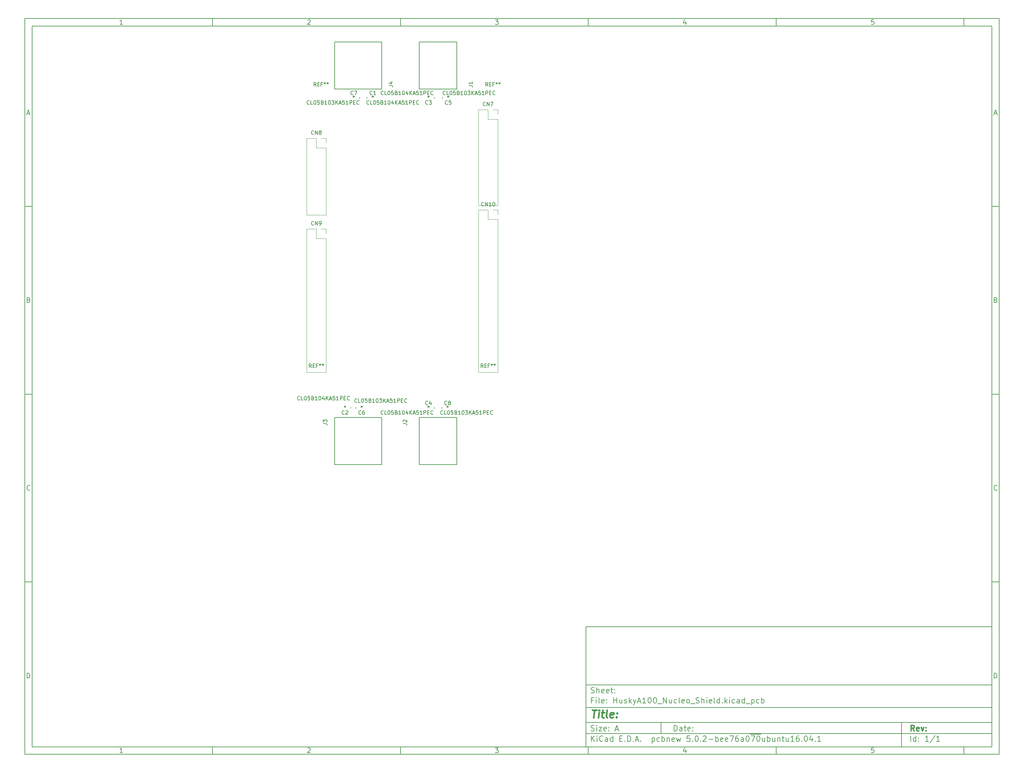
<source format=gbr>
G04 #@! TF.GenerationSoftware,KiCad,Pcbnew,5.0.2-bee76a0~70~ubuntu16.04.1*
G04 #@! TF.CreationDate,2019-01-25T11:05:23-05:00*
G04 #@! TF.ProjectId,HuskyA100_Nucleo_Shield,4875736b-7941-4313-9030-5f4e75636c65,rev?*
G04 #@! TF.SameCoordinates,Original*
G04 #@! TF.FileFunction,Legend,Top*
G04 #@! TF.FilePolarity,Positive*
%FSLAX46Y46*%
G04 Gerber Fmt 4.6, Leading zero omitted, Abs format (unit mm)*
G04 Created by KiCad (PCBNEW 5.0.2-bee76a0~70~ubuntu16.04.1) date Fri 25 Jan 2019 11:05:23 AM EST*
%MOMM*%
%LPD*%
G01*
G04 APERTURE LIST*
%ADD10C,0.100000*%
%ADD11C,0.150000*%
%ADD12C,0.300000*%
%ADD13C,0.400000*%
%ADD14C,0.120000*%
%ADD15C,0.152400*%
G04 APERTURE END LIST*
D10*
D11*
X159400000Y-171900000D02*
X159400000Y-203900000D01*
X267400000Y-203900000D01*
X267400000Y-171900000D01*
X159400000Y-171900000D01*
D10*
D11*
X10000000Y-10000000D02*
X10000000Y-205900000D01*
X269400000Y-205900000D01*
X269400000Y-10000000D01*
X10000000Y-10000000D01*
D10*
D11*
X12000000Y-12000000D02*
X12000000Y-203900000D01*
X267400000Y-203900000D01*
X267400000Y-12000000D01*
X12000000Y-12000000D01*
D10*
D11*
X60000000Y-12000000D02*
X60000000Y-10000000D01*
D10*
D11*
X110000000Y-12000000D02*
X110000000Y-10000000D01*
D10*
D11*
X160000000Y-12000000D02*
X160000000Y-10000000D01*
D10*
D11*
X210000000Y-12000000D02*
X210000000Y-10000000D01*
D10*
D11*
X260000000Y-12000000D02*
X260000000Y-10000000D01*
D10*
D11*
X36065476Y-11588095D02*
X35322619Y-11588095D01*
X35694047Y-11588095D02*
X35694047Y-10288095D01*
X35570238Y-10473809D01*
X35446428Y-10597619D01*
X35322619Y-10659523D01*
D10*
D11*
X85322619Y-10411904D02*
X85384523Y-10350000D01*
X85508333Y-10288095D01*
X85817857Y-10288095D01*
X85941666Y-10350000D01*
X86003571Y-10411904D01*
X86065476Y-10535714D01*
X86065476Y-10659523D01*
X86003571Y-10845238D01*
X85260714Y-11588095D01*
X86065476Y-11588095D01*
D10*
D11*
X135260714Y-10288095D02*
X136065476Y-10288095D01*
X135632142Y-10783333D01*
X135817857Y-10783333D01*
X135941666Y-10845238D01*
X136003571Y-10907142D01*
X136065476Y-11030952D01*
X136065476Y-11340476D01*
X136003571Y-11464285D01*
X135941666Y-11526190D01*
X135817857Y-11588095D01*
X135446428Y-11588095D01*
X135322619Y-11526190D01*
X135260714Y-11464285D01*
D10*
D11*
X185941666Y-10721428D02*
X185941666Y-11588095D01*
X185632142Y-10226190D02*
X185322619Y-11154761D01*
X186127380Y-11154761D01*
D10*
D11*
X236003571Y-10288095D02*
X235384523Y-10288095D01*
X235322619Y-10907142D01*
X235384523Y-10845238D01*
X235508333Y-10783333D01*
X235817857Y-10783333D01*
X235941666Y-10845238D01*
X236003571Y-10907142D01*
X236065476Y-11030952D01*
X236065476Y-11340476D01*
X236003571Y-11464285D01*
X235941666Y-11526190D01*
X235817857Y-11588095D01*
X235508333Y-11588095D01*
X235384523Y-11526190D01*
X235322619Y-11464285D01*
D10*
D11*
X60000000Y-203900000D02*
X60000000Y-205900000D01*
D10*
D11*
X110000000Y-203900000D02*
X110000000Y-205900000D01*
D10*
D11*
X160000000Y-203900000D02*
X160000000Y-205900000D01*
D10*
D11*
X210000000Y-203900000D02*
X210000000Y-205900000D01*
D10*
D11*
X260000000Y-203900000D02*
X260000000Y-205900000D01*
D10*
D11*
X36065476Y-205488095D02*
X35322619Y-205488095D01*
X35694047Y-205488095D02*
X35694047Y-204188095D01*
X35570238Y-204373809D01*
X35446428Y-204497619D01*
X35322619Y-204559523D01*
D10*
D11*
X85322619Y-204311904D02*
X85384523Y-204250000D01*
X85508333Y-204188095D01*
X85817857Y-204188095D01*
X85941666Y-204250000D01*
X86003571Y-204311904D01*
X86065476Y-204435714D01*
X86065476Y-204559523D01*
X86003571Y-204745238D01*
X85260714Y-205488095D01*
X86065476Y-205488095D01*
D10*
D11*
X135260714Y-204188095D02*
X136065476Y-204188095D01*
X135632142Y-204683333D01*
X135817857Y-204683333D01*
X135941666Y-204745238D01*
X136003571Y-204807142D01*
X136065476Y-204930952D01*
X136065476Y-205240476D01*
X136003571Y-205364285D01*
X135941666Y-205426190D01*
X135817857Y-205488095D01*
X135446428Y-205488095D01*
X135322619Y-205426190D01*
X135260714Y-205364285D01*
D10*
D11*
X185941666Y-204621428D02*
X185941666Y-205488095D01*
X185632142Y-204126190D02*
X185322619Y-205054761D01*
X186127380Y-205054761D01*
D10*
D11*
X236003571Y-204188095D02*
X235384523Y-204188095D01*
X235322619Y-204807142D01*
X235384523Y-204745238D01*
X235508333Y-204683333D01*
X235817857Y-204683333D01*
X235941666Y-204745238D01*
X236003571Y-204807142D01*
X236065476Y-204930952D01*
X236065476Y-205240476D01*
X236003571Y-205364285D01*
X235941666Y-205426190D01*
X235817857Y-205488095D01*
X235508333Y-205488095D01*
X235384523Y-205426190D01*
X235322619Y-205364285D01*
D10*
D11*
X10000000Y-60000000D02*
X12000000Y-60000000D01*
D10*
D11*
X10000000Y-110000000D02*
X12000000Y-110000000D01*
D10*
D11*
X10000000Y-160000000D02*
X12000000Y-160000000D01*
D10*
D11*
X10690476Y-35216666D02*
X11309523Y-35216666D01*
X10566666Y-35588095D02*
X11000000Y-34288095D01*
X11433333Y-35588095D01*
D10*
D11*
X11092857Y-84907142D02*
X11278571Y-84969047D01*
X11340476Y-85030952D01*
X11402380Y-85154761D01*
X11402380Y-85340476D01*
X11340476Y-85464285D01*
X11278571Y-85526190D01*
X11154761Y-85588095D01*
X10659523Y-85588095D01*
X10659523Y-84288095D01*
X11092857Y-84288095D01*
X11216666Y-84350000D01*
X11278571Y-84411904D01*
X11340476Y-84535714D01*
X11340476Y-84659523D01*
X11278571Y-84783333D01*
X11216666Y-84845238D01*
X11092857Y-84907142D01*
X10659523Y-84907142D01*
D10*
D11*
X11402380Y-135464285D02*
X11340476Y-135526190D01*
X11154761Y-135588095D01*
X11030952Y-135588095D01*
X10845238Y-135526190D01*
X10721428Y-135402380D01*
X10659523Y-135278571D01*
X10597619Y-135030952D01*
X10597619Y-134845238D01*
X10659523Y-134597619D01*
X10721428Y-134473809D01*
X10845238Y-134350000D01*
X11030952Y-134288095D01*
X11154761Y-134288095D01*
X11340476Y-134350000D01*
X11402380Y-134411904D01*
D10*
D11*
X10659523Y-185588095D02*
X10659523Y-184288095D01*
X10969047Y-184288095D01*
X11154761Y-184350000D01*
X11278571Y-184473809D01*
X11340476Y-184597619D01*
X11402380Y-184845238D01*
X11402380Y-185030952D01*
X11340476Y-185278571D01*
X11278571Y-185402380D01*
X11154761Y-185526190D01*
X10969047Y-185588095D01*
X10659523Y-185588095D01*
D10*
D11*
X269400000Y-60000000D02*
X267400000Y-60000000D01*
D10*
D11*
X269400000Y-110000000D02*
X267400000Y-110000000D01*
D10*
D11*
X269400000Y-160000000D02*
X267400000Y-160000000D01*
D10*
D11*
X268090476Y-35216666D02*
X268709523Y-35216666D01*
X267966666Y-35588095D02*
X268400000Y-34288095D01*
X268833333Y-35588095D01*
D10*
D11*
X268492857Y-84907142D02*
X268678571Y-84969047D01*
X268740476Y-85030952D01*
X268802380Y-85154761D01*
X268802380Y-85340476D01*
X268740476Y-85464285D01*
X268678571Y-85526190D01*
X268554761Y-85588095D01*
X268059523Y-85588095D01*
X268059523Y-84288095D01*
X268492857Y-84288095D01*
X268616666Y-84350000D01*
X268678571Y-84411904D01*
X268740476Y-84535714D01*
X268740476Y-84659523D01*
X268678571Y-84783333D01*
X268616666Y-84845238D01*
X268492857Y-84907142D01*
X268059523Y-84907142D01*
D10*
D11*
X268802380Y-135464285D02*
X268740476Y-135526190D01*
X268554761Y-135588095D01*
X268430952Y-135588095D01*
X268245238Y-135526190D01*
X268121428Y-135402380D01*
X268059523Y-135278571D01*
X267997619Y-135030952D01*
X267997619Y-134845238D01*
X268059523Y-134597619D01*
X268121428Y-134473809D01*
X268245238Y-134350000D01*
X268430952Y-134288095D01*
X268554761Y-134288095D01*
X268740476Y-134350000D01*
X268802380Y-134411904D01*
D10*
D11*
X268059523Y-185588095D02*
X268059523Y-184288095D01*
X268369047Y-184288095D01*
X268554761Y-184350000D01*
X268678571Y-184473809D01*
X268740476Y-184597619D01*
X268802380Y-184845238D01*
X268802380Y-185030952D01*
X268740476Y-185278571D01*
X268678571Y-185402380D01*
X268554761Y-185526190D01*
X268369047Y-185588095D01*
X268059523Y-185588095D01*
D10*
D11*
X182832142Y-199678571D02*
X182832142Y-198178571D01*
X183189285Y-198178571D01*
X183403571Y-198250000D01*
X183546428Y-198392857D01*
X183617857Y-198535714D01*
X183689285Y-198821428D01*
X183689285Y-199035714D01*
X183617857Y-199321428D01*
X183546428Y-199464285D01*
X183403571Y-199607142D01*
X183189285Y-199678571D01*
X182832142Y-199678571D01*
X184975000Y-199678571D02*
X184975000Y-198892857D01*
X184903571Y-198750000D01*
X184760714Y-198678571D01*
X184475000Y-198678571D01*
X184332142Y-198750000D01*
X184975000Y-199607142D02*
X184832142Y-199678571D01*
X184475000Y-199678571D01*
X184332142Y-199607142D01*
X184260714Y-199464285D01*
X184260714Y-199321428D01*
X184332142Y-199178571D01*
X184475000Y-199107142D01*
X184832142Y-199107142D01*
X184975000Y-199035714D01*
X185475000Y-198678571D02*
X186046428Y-198678571D01*
X185689285Y-198178571D02*
X185689285Y-199464285D01*
X185760714Y-199607142D01*
X185903571Y-199678571D01*
X186046428Y-199678571D01*
X187117857Y-199607142D02*
X186975000Y-199678571D01*
X186689285Y-199678571D01*
X186546428Y-199607142D01*
X186475000Y-199464285D01*
X186475000Y-198892857D01*
X186546428Y-198750000D01*
X186689285Y-198678571D01*
X186975000Y-198678571D01*
X187117857Y-198750000D01*
X187189285Y-198892857D01*
X187189285Y-199035714D01*
X186475000Y-199178571D01*
X187832142Y-199535714D02*
X187903571Y-199607142D01*
X187832142Y-199678571D01*
X187760714Y-199607142D01*
X187832142Y-199535714D01*
X187832142Y-199678571D01*
X187832142Y-198750000D02*
X187903571Y-198821428D01*
X187832142Y-198892857D01*
X187760714Y-198821428D01*
X187832142Y-198750000D01*
X187832142Y-198892857D01*
D10*
D11*
X159400000Y-200400000D02*
X267400000Y-200400000D01*
D10*
D11*
X160832142Y-202478571D02*
X160832142Y-200978571D01*
X161689285Y-202478571D02*
X161046428Y-201621428D01*
X161689285Y-200978571D02*
X160832142Y-201835714D01*
X162332142Y-202478571D02*
X162332142Y-201478571D01*
X162332142Y-200978571D02*
X162260714Y-201050000D01*
X162332142Y-201121428D01*
X162403571Y-201050000D01*
X162332142Y-200978571D01*
X162332142Y-201121428D01*
X163903571Y-202335714D02*
X163832142Y-202407142D01*
X163617857Y-202478571D01*
X163475000Y-202478571D01*
X163260714Y-202407142D01*
X163117857Y-202264285D01*
X163046428Y-202121428D01*
X162975000Y-201835714D01*
X162975000Y-201621428D01*
X163046428Y-201335714D01*
X163117857Y-201192857D01*
X163260714Y-201050000D01*
X163475000Y-200978571D01*
X163617857Y-200978571D01*
X163832142Y-201050000D01*
X163903571Y-201121428D01*
X165189285Y-202478571D02*
X165189285Y-201692857D01*
X165117857Y-201550000D01*
X164975000Y-201478571D01*
X164689285Y-201478571D01*
X164546428Y-201550000D01*
X165189285Y-202407142D02*
X165046428Y-202478571D01*
X164689285Y-202478571D01*
X164546428Y-202407142D01*
X164475000Y-202264285D01*
X164475000Y-202121428D01*
X164546428Y-201978571D01*
X164689285Y-201907142D01*
X165046428Y-201907142D01*
X165189285Y-201835714D01*
X166546428Y-202478571D02*
X166546428Y-200978571D01*
X166546428Y-202407142D02*
X166403571Y-202478571D01*
X166117857Y-202478571D01*
X165975000Y-202407142D01*
X165903571Y-202335714D01*
X165832142Y-202192857D01*
X165832142Y-201764285D01*
X165903571Y-201621428D01*
X165975000Y-201550000D01*
X166117857Y-201478571D01*
X166403571Y-201478571D01*
X166546428Y-201550000D01*
X168403571Y-201692857D02*
X168903571Y-201692857D01*
X169117857Y-202478571D02*
X168403571Y-202478571D01*
X168403571Y-200978571D01*
X169117857Y-200978571D01*
X169760714Y-202335714D02*
X169832142Y-202407142D01*
X169760714Y-202478571D01*
X169689285Y-202407142D01*
X169760714Y-202335714D01*
X169760714Y-202478571D01*
X170475000Y-202478571D02*
X170475000Y-200978571D01*
X170832142Y-200978571D01*
X171046428Y-201050000D01*
X171189285Y-201192857D01*
X171260714Y-201335714D01*
X171332142Y-201621428D01*
X171332142Y-201835714D01*
X171260714Y-202121428D01*
X171189285Y-202264285D01*
X171046428Y-202407142D01*
X170832142Y-202478571D01*
X170475000Y-202478571D01*
X171975000Y-202335714D02*
X172046428Y-202407142D01*
X171975000Y-202478571D01*
X171903571Y-202407142D01*
X171975000Y-202335714D01*
X171975000Y-202478571D01*
X172617857Y-202050000D02*
X173332142Y-202050000D01*
X172475000Y-202478571D02*
X172975000Y-200978571D01*
X173475000Y-202478571D01*
X173975000Y-202335714D02*
X174046428Y-202407142D01*
X173975000Y-202478571D01*
X173903571Y-202407142D01*
X173975000Y-202335714D01*
X173975000Y-202478571D01*
X176975000Y-201478571D02*
X176975000Y-202978571D01*
X176975000Y-201550000D02*
X177117857Y-201478571D01*
X177403571Y-201478571D01*
X177546428Y-201550000D01*
X177617857Y-201621428D01*
X177689285Y-201764285D01*
X177689285Y-202192857D01*
X177617857Y-202335714D01*
X177546428Y-202407142D01*
X177403571Y-202478571D01*
X177117857Y-202478571D01*
X176975000Y-202407142D01*
X178975000Y-202407142D02*
X178832142Y-202478571D01*
X178546428Y-202478571D01*
X178403571Y-202407142D01*
X178332142Y-202335714D01*
X178260714Y-202192857D01*
X178260714Y-201764285D01*
X178332142Y-201621428D01*
X178403571Y-201550000D01*
X178546428Y-201478571D01*
X178832142Y-201478571D01*
X178975000Y-201550000D01*
X179617857Y-202478571D02*
X179617857Y-200978571D01*
X179617857Y-201550000D02*
X179760714Y-201478571D01*
X180046428Y-201478571D01*
X180189285Y-201550000D01*
X180260714Y-201621428D01*
X180332142Y-201764285D01*
X180332142Y-202192857D01*
X180260714Y-202335714D01*
X180189285Y-202407142D01*
X180046428Y-202478571D01*
X179760714Y-202478571D01*
X179617857Y-202407142D01*
X180975000Y-201478571D02*
X180975000Y-202478571D01*
X180975000Y-201621428D02*
X181046428Y-201550000D01*
X181189285Y-201478571D01*
X181403571Y-201478571D01*
X181546428Y-201550000D01*
X181617857Y-201692857D01*
X181617857Y-202478571D01*
X182903571Y-202407142D02*
X182760714Y-202478571D01*
X182475000Y-202478571D01*
X182332142Y-202407142D01*
X182260714Y-202264285D01*
X182260714Y-201692857D01*
X182332142Y-201550000D01*
X182475000Y-201478571D01*
X182760714Y-201478571D01*
X182903571Y-201550000D01*
X182975000Y-201692857D01*
X182975000Y-201835714D01*
X182260714Y-201978571D01*
X183475000Y-201478571D02*
X183760714Y-202478571D01*
X184046428Y-201764285D01*
X184332142Y-202478571D01*
X184617857Y-201478571D01*
X187046428Y-200978571D02*
X186332142Y-200978571D01*
X186260714Y-201692857D01*
X186332142Y-201621428D01*
X186475000Y-201550000D01*
X186832142Y-201550000D01*
X186975000Y-201621428D01*
X187046428Y-201692857D01*
X187117857Y-201835714D01*
X187117857Y-202192857D01*
X187046428Y-202335714D01*
X186975000Y-202407142D01*
X186832142Y-202478571D01*
X186475000Y-202478571D01*
X186332142Y-202407142D01*
X186260714Y-202335714D01*
X187760714Y-202335714D02*
X187832142Y-202407142D01*
X187760714Y-202478571D01*
X187689285Y-202407142D01*
X187760714Y-202335714D01*
X187760714Y-202478571D01*
X188760714Y-200978571D02*
X188903571Y-200978571D01*
X189046428Y-201050000D01*
X189117857Y-201121428D01*
X189189285Y-201264285D01*
X189260714Y-201550000D01*
X189260714Y-201907142D01*
X189189285Y-202192857D01*
X189117857Y-202335714D01*
X189046428Y-202407142D01*
X188903571Y-202478571D01*
X188760714Y-202478571D01*
X188617857Y-202407142D01*
X188546428Y-202335714D01*
X188475000Y-202192857D01*
X188403571Y-201907142D01*
X188403571Y-201550000D01*
X188475000Y-201264285D01*
X188546428Y-201121428D01*
X188617857Y-201050000D01*
X188760714Y-200978571D01*
X189903571Y-202335714D02*
X189975000Y-202407142D01*
X189903571Y-202478571D01*
X189832142Y-202407142D01*
X189903571Y-202335714D01*
X189903571Y-202478571D01*
X190546428Y-201121428D02*
X190617857Y-201050000D01*
X190760714Y-200978571D01*
X191117857Y-200978571D01*
X191260714Y-201050000D01*
X191332142Y-201121428D01*
X191403571Y-201264285D01*
X191403571Y-201407142D01*
X191332142Y-201621428D01*
X190475000Y-202478571D01*
X191403571Y-202478571D01*
X192046428Y-201907142D02*
X193189285Y-201907142D01*
X193903571Y-202478571D02*
X193903571Y-200978571D01*
X193903571Y-201550000D02*
X194046428Y-201478571D01*
X194332142Y-201478571D01*
X194475000Y-201550000D01*
X194546428Y-201621428D01*
X194617857Y-201764285D01*
X194617857Y-202192857D01*
X194546428Y-202335714D01*
X194475000Y-202407142D01*
X194332142Y-202478571D01*
X194046428Y-202478571D01*
X193903571Y-202407142D01*
X195832142Y-202407142D02*
X195689285Y-202478571D01*
X195403571Y-202478571D01*
X195260714Y-202407142D01*
X195189285Y-202264285D01*
X195189285Y-201692857D01*
X195260714Y-201550000D01*
X195403571Y-201478571D01*
X195689285Y-201478571D01*
X195832142Y-201550000D01*
X195903571Y-201692857D01*
X195903571Y-201835714D01*
X195189285Y-201978571D01*
X197117857Y-202407142D02*
X196975000Y-202478571D01*
X196689285Y-202478571D01*
X196546428Y-202407142D01*
X196475000Y-202264285D01*
X196475000Y-201692857D01*
X196546428Y-201550000D01*
X196689285Y-201478571D01*
X196975000Y-201478571D01*
X197117857Y-201550000D01*
X197189285Y-201692857D01*
X197189285Y-201835714D01*
X196475000Y-201978571D01*
X197689285Y-200978571D02*
X198689285Y-200978571D01*
X198046428Y-202478571D01*
X199903571Y-200978571D02*
X199617857Y-200978571D01*
X199475000Y-201050000D01*
X199403571Y-201121428D01*
X199260714Y-201335714D01*
X199189285Y-201621428D01*
X199189285Y-202192857D01*
X199260714Y-202335714D01*
X199332142Y-202407142D01*
X199475000Y-202478571D01*
X199760714Y-202478571D01*
X199903571Y-202407142D01*
X199975000Y-202335714D01*
X200046428Y-202192857D01*
X200046428Y-201835714D01*
X199975000Y-201692857D01*
X199903571Y-201621428D01*
X199760714Y-201550000D01*
X199475000Y-201550000D01*
X199332142Y-201621428D01*
X199260714Y-201692857D01*
X199189285Y-201835714D01*
X201332142Y-202478571D02*
X201332142Y-201692857D01*
X201260714Y-201550000D01*
X201117857Y-201478571D01*
X200832142Y-201478571D01*
X200689285Y-201550000D01*
X201332142Y-202407142D02*
X201189285Y-202478571D01*
X200832142Y-202478571D01*
X200689285Y-202407142D01*
X200617857Y-202264285D01*
X200617857Y-202121428D01*
X200689285Y-201978571D01*
X200832142Y-201907142D01*
X201189285Y-201907142D01*
X201332142Y-201835714D01*
X202332142Y-200978571D02*
X202475000Y-200978571D01*
X202617857Y-201050000D01*
X202689285Y-201121428D01*
X202760714Y-201264285D01*
X202832142Y-201550000D01*
X202832142Y-201907142D01*
X202760714Y-202192857D01*
X202689285Y-202335714D01*
X202617857Y-202407142D01*
X202475000Y-202478571D01*
X202332142Y-202478571D01*
X202189285Y-202407142D01*
X202117857Y-202335714D01*
X202046428Y-202192857D01*
X201975000Y-201907142D01*
X201975000Y-201550000D01*
X202046428Y-201264285D01*
X202117857Y-201121428D01*
X202189285Y-201050000D01*
X202332142Y-200978571D01*
X203117857Y-200570000D02*
X204546428Y-200570000D01*
X203332142Y-200978571D02*
X204332142Y-200978571D01*
X203689285Y-202478571D01*
X204546428Y-200570000D02*
X205975000Y-200570000D01*
X205189285Y-200978571D02*
X205332142Y-200978571D01*
X205475000Y-201050000D01*
X205546428Y-201121428D01*
X205617857Y-201264285D01*
X205689285Y-201550000D01*
X205689285Y-201907142D01*
X205617857Y-202192857D01*
X205546428Y-202335714D01*
X205475000Y-202407142D01*
X205332142Y-202478571D01*
X205189285Y-202478571D01*
X205046428Y-202407142D01*
X204975000Y-202335714D01*
X204903571Y-202192857D01*
X204832142Y-201907142D01*
X204832142Y-201550000D01*
X204903571Y-201264285D01*
X204975000Y-201121428D01*
X205046428Y-201050000D01*
X205189285Y-200978571D01*
X206975000Y-201478571D02*
X206975000Y-202478571D01*
X206332142Y-201478571D02*
X206332142Y-202264285D01*
X206403571Y-202407142D01*
X206546428Y-202478571D01*
X206760714Y-202478571D01*
X206903571Y-202407142D01*
X206975000Y-202335714D01*
X207689285Y-202478571D02*
X207689285Y-200978571D01*
X207689285Y-201550000D02*
X207832142Y-201478571D01*
X208117857Y-201478571D01*
X208260714Y-201550000D01*
X208332142Y-201621428D01*
X208403571Y-201764285D01*
X208403571Y-202192857D01*
X208332142Y-202335714D01*
X208260714Y-202407142D01*
X208117857Y-202478571D01*
X207832142Y-202478571D01*
X207689285Y-202407142D01*
X209689285Y-201478571D02*
X209689285Y-202478571D01*
X209046428Y-201478571D02*
X209046428Y-202264285D01*
X209117857Y-202407142D01*
X209260714Y-202478571D01*
X209475000Y-202478571D01*
X209617857Y-202407142D01*
X209689285Y-202335714D01*
X210403571Y-201478571D02*
X210403571Y-202478571D01*
X210403571Y-201621428D02*
X210475000Y-201550000D01*
X210617857Y-201478571D01*
X210832142Y-201478571D01*
X210975000Y-201550000D01*
X211046428Y-201692857D01*
X211046428Y-202478571D01*
X211546428Y-201478571D02*
X212117857Y-201478571D01*
X211760714Y-200978571D02*
X211760714Y-202264285D01*
X211832142Y-202407142D01*
X211975000Y-202478571D01*
X212117857Y-202478571D01*
X213260714Y-201478571D02*
X213260714Y-202478571D01*
X212617857Y-201478571D02*
X212617857Y-202264285D01*
X212689285Y-202407142D01*
X212832142Y-202478571D01*
X213046428Y-202478571D01*
X213189285Y-202407142D01*
X213260714Y-202335714D01*
X214760714Y-202478571D02*
X213903571Y-202478571D01*
X214332142Y-202478571D02*
X214332142Y-200978571D01*
X214189285Y-201192857D01*
X214046428Y-201335714D01*
X213903571Y-201407142D01*
X216046428Y-200978571D02*
X215760714Y-200978571D01*
X215617857Y-201050000D01*
X215546428Y-201121428D01*
X215403571Y-201335714D01*
X215332142Y-201621428D01*
X215332142Y-202192857D01*
X215403571Y-202335714D01*
X215475000Y-202407142D01*
X215617857Y-202478571D01*
X215903571Y-202478571D01*
X216046428Y-202407142D01*
X216117857Y-202335714D01*
X216189285Y-202192857D01*
X216189285Y-201835714D01*
X216117857Y-201692857D01*
X216046428Y-201621428D01*
X215903571Y-201550000D01*
X215617857Y-201550000D01*
X215475000Y-201621428D01*
X215403571Y-201692857D01*
X215332142Y-201835714D01*
X216832142Y-202335714D02*
X216903571Y-202407142D01*
X216832142Y-202478571D01*
X216760714Y-202407142D01*
X216832142Y-202335714D01*
X216832142Y-202478571D01*
X217832142Y-200978571D02*
X217975000Y-200978571D01*
X218117857Y-201050000D01*
X218189285Y-201121428D01*
X218260714Y-201264285D01*
X218332142Y-201550000D01*
X218332142Y-201907142D01*
X218260714Y-202192857D01*
X218189285Y-202335714D01*
X218117857Y-202407142D01*
X217975000Y-202478571D01*
X217832142Y-202478571D01*
X217689285Y-202407142D01*
X217617857Y-202335714D01*
X217546428Y-202192857D01*
X217475000Y-201907142D01*
X217475000Y-201550000D01*
X217546428Y-201264285D01*
X217617857Y-201121428D01*
X217689285Y-201050000D01*
X217832142Y-200978571D01*
X219617857Y-201478571D02*
X219617857Y-202478571D01*
X219260714Y-200907142D02*
X218903571Y-201978571D01*
X219832142Y-201978571D01*
X220403571Y-202335714D02*
X220474999Y-202407142D01*
X220403571Y-202478571D01*
X220332142Y-202407142D01*
X220403571Y-202335714D01*
X220403571Y-202478571D01*
X221903571Y-202478571D02*
X221046428Y-202478571D01*
X221475000Y-202478571D02*
X221475000Y-200978571D01*
X221332142Y-201192857D01*
X221189285Y-201335714D01*
X221046428Y-201407142D01*
D10*
D11*
X159400000Y-197400000D02*
X267400000Y-197400000D01*
D10*
D12*
X246809285Y-199678571D02*
X246309285Y-198964285D01*
X245952142Y-199678571D02*
X245952142Y-198178571D01*
X246523571Y-198178571D01*
X246666428Y-198250000D01*
X246737857Y-198321428D01*
X246809285Y-198464285D01*
X246809285Y-198678571D01*
X246737857Y-198821428D01*
X246666428Y-198892857D01*
X246523571Y-198964285D01*
X245952142Y-198964285D01*
X248023571Y-199607142D02*
X247880714Y-199678571D01*
X247595000Y-199678571D01*
X247452142Y-199607142D01*
X247380714Y-199464285D01*
X247380714Y-198892857D01*
X247452142Y-198750000D01*
X247595000Y-198678571D01*
X247880714Y-198678571D01*
X248023571Y-198750000D01*
X248095000Y-198892857D01*
X248095000Y-199035714D01*
X247380714Y-199178571D01*
X248595000Y-198678571D02*
X248952142Y-199678571D01*
X249309285Y-198678571D01*
X249880714Y-199535714D02*
X249952142Y-199607142D01*
X249880714Y-199678571D01*
X249809285Y-199607142D01*
X249880714Y-199535714D01*
X249880714Y-199678571D01*
X249880714Y-198750000D02*
X249952142Y-198821428D01*
X249880714Y-198892857D01*
X249809285Y-198821428D01*
X249880714Y-198750000D01*
X249880714Y-198892857D01*
D10*
D11*
X160760714Y-199607142D02*
X160975000Y-199678571D01*
X161332142Y-199678571D01*
X161475000Y-199607142D01*
X161546428Y-199535714D01*
X161617857Y-199392857D01*
X161617857Y-199250000D01*
X161546428Y-199107142D01*
X161475000Y-199035714D01*
X161332142Y-198964285D01*
X161046428Y-198892857D01*
X160903571Y-198821428D01*
X160832142Y-198750000D01*
X160760714Y-198607142D01*
X160760714Y-198464285D01*
X160832142Y-198321428D01*
X160903571Y-198250000D01*
X161046428Y-198178571D01*
X161403571Y-198178571D01*
X161617857Y-198250000D01*
X162260714Y-199678571D02*
X162260714Y-198678571D01*
X162260714Y-198178571D02*
X162189285Y-198250000D01*
X162260714Y-198321428D01*
X162332142Y-198250000D01*
X162260714Y-198178571D01*
X162260714Y-198321428D01*
X162832142Y-198678571D02*
X163617857Y-198678571D01*
X162832142Y-199678571D01*
X163617857Y-199678571D01*
X164760714Y-199607142D02*
X164617857Y-199678571D01*
X164332142Y-199678571D01*
X164189285Y-199607142D01*
X164117857Y-199464285D01*
X164117857Y-198892857D01*
X164189285Y-198750000D01*
X164332142Y-198678571D01*
X164617857Y-198678571D01*
X164760714Y-198750000D01*
X164832142Y-198892857D01*
X164832142Y-199035714D01*
X164117857Y-199178571D01*
X165475000Y-199535714D02*
X165546428Y-199607142D01*
X165475000Y-199678571D01*
X165403571Y-199607142D01*
X165475000Y-199535714D01*
X165475000Y-199678571D01*
X165475000Y-198750000D02*
X165546428Y-198821428D01*
X165475000Y-198892857D01*
X165403571Y-198821428D01*
X165475000Y-198750000D01*
X165475000Y-198892857D01*
X167260714Y-199250000D02*
X167975000Y-199250000D01*
X167117857Y-199678571D02*
X167617857Y-198178571D01*
X168117857Y-199678571D01*
D10*
D11*
X245832142Y-202478571D02*
X245832142Y-200978571D01*
X247189285Y-202478571D02*
X247189285Y-200978571D01*
X247189285Y-202407142D02*
X247046428Y-202478571D01*
X246760714Y-202478571D01*
X246617857Y-202407142D01*
X246546428Y-202335714D01*
X246475000Y-202192857D01*
X246475000Y-201764285D01*
X246546428Y-201621428D01*
X246617857Y-201550000D01*
X246760714Y-201478571D01*
X247046428Y-201478571D01*
X247189285Y-201550000D01*
X247903571Y-202335714D02*
X247975000Y-202407142D01*
X247903571Y-202478571D01*
X247832142Y-202407142D01*
X247903571Y-202335714D01*
X247903571Y-202478571D01*
X247903571Y-201550000D02*
X247975000Y-201621428D01*
X247903571Y-201692857D01*
X247832142Y-201621428D01*
X247903571Y-201550000D01*
X247903571Y-201692857D01*
X250546428Y-202478571D02*
X249689285Y-202478571D01*
X250117857Y-202478571D02*
X250117857Y-200978571D01*
X249975000Y-201192857D01*
X249832142Y-201335714D01*
X249689285Y-201407142D01*
X252260714Y-200907142D02*
X250975000Y-202835714D01*
X253546428Y-202478571D02*
X252689285Y-202478571D01*
X253117857Y-202478571D02*
X253117857Y-200978571D01*
X252975000Y-201192857D01*
X252832142Y-201335714D01*
X252689285Y-201407142D01*
D10*
D11*
X159400000Y-193400000D02*
X267400000Y-193400000D01*
D10*
D13*
X161112380Y-194104761D02*
X162255238Y-194104761D01*
X161433809Y-196104761D02*
X161683809Y-194104761D01*
X162671904Y-196104761D02*
X162838571Y-194771428D01*
X162921904Y-194104761D02*
X162814761Y-194200000D01*
X162898095Y-194295238D01*
X163005238Y-194200000D01*
X162921904Y-194104761D01*
X162898095Y-194295238D01*
X163505238Y-194771428D02*
X164267142Y-194771428D01*
X163874285Y-194104761D02*
X163660000Y-195819047D01*
X163731428Y-196009523D01*
X163910000Y-196104761D01*
X164100476Y-196104761D01*
X165052857Y-196104761D02*
X164874285Y-196009523D01*
X164802857Y-195819047D01*
X165017142Y-194104761D01*
X166588571Y-196009523D02*
X166386190Y-196104761D01*
X166005238Y-196104761D01*
X165826666Y-196009523D01*
X165755238Y-195819047D01*
X165850476Y-195057142D01*
X165969523Y-194866666D01*
X166171904Y-194771428D01*
X166552857Y-194771428D01*
X166731428Y-194866666D01*
X166802857Y-195057142D01*
X166779047Y-195247619D01*
X165802857Y-195438095D01*
X167552857Y-195914285D02*
X167636190Y-196009523D01*
X167529047Y-196104761D01*
X167445714Y-196009523D01*
X167552857Y-195914285D01*
X167529047Y-196104761D01*
X167683809Y-194866666D02*
X167767142Y-194961904D01*
X167660000Y-195057142D01*
X167576666Y-194961904D01*
X167683809Y-194866666D01*
X167660000Y-195057142D01*
D10*
D11*
X161332142Y-191492857D02*
X160832142Y-191492857D01*
X160832142Y-192278571D02*
X160832142Y-190778571D01*
X161546428Y-190778571D01*
X162117857Y-192278571D02*
X162117857Y-191278571D01*
X162117857Y-190778571D02*
X162046428Y-190850000D01*
X162117857Y-190921428D01*
X162189285Y-190850000D01*
X162117857Y-190778571D01*
X162117857Y-190921428D01*
X163046428Y-192278571D02*
X162903571Y-192207142D01*
X162832142Y-192064285D01*
X162832142Y-190778571D01*
X164189285Y-192207142D02*
X164046428Y-192278571D01*
X163760714Y-192278571D01*
X163617857Y-192207142D01*
X163546428Y-192064285D01*
X163546428Y-191492857D01*
X163617857Y-191350000D01*
X163760714Y-191278571D01*
X164046428Y-191278571D01*
X164189285Y-191350000D01*
X164260714Y-191492857D01*
X164260714Y-191635714D01*
X163546428Y-191778571D01*
X164903571Y-192135714D02*
X164975000Y-192207142D01*
X164903571Y-192278571D01*
X164832142Y-192207142D01*
X164903571Y-192135714D01*
X164903571Y-192278571D01*
X164903571Y-191350000D02*
X164975000Y-191421428D01*
X164903571Y-191492857D01*
X164832142Y-191421428D01*
X164903571Y-191350000D01*
X164903571Y-191492857D01*
X166760714Y-192278571D02*
X166760714Y-190778571D01*
X166760714Y-191492857D02*
X167617857Y-191492857D01*
X167617857Y-192278571D02*
X167617857Y-190778571D01*
X168975000Y-191278571D02*
X168975000Y-192278571D01*
X168332142Y-191278571D02*
X168332142Y-192064285D01*
X168403571Y-192207142D01*
X168546428Y-192278571D01*
X168760714Y-192278571D01*
X168903571Y-192207142D01*
X168975000Y-192135714D01*
X169617857Y-192207142D02*
X169760714Y-192278571D01*
X170046428Y-192278571D01*
X170189285Y-192207142D01*
X170260714Y-192064285D01*
X170260714Y-191992857D01*
X170189285Y-191850000D01*
X170046428Y-191778571D01*
X169832142Y-191778571D01*
X169689285Y-191707142D01*
X169617857Y-191564285D01*
X169617857Y-191492857D01*
X169689285Y-191350000D01*
X169832142Y-191278571D01*
X170046428Y-191278571D01*
X170189285Y-191350000D01*
X170903571Y-192278571D02*
X170903571Y-190778571D01*
X171046428Y-191707142D02*
X171475000Y-192278571D01*
X171475000Y-191278571D02*
X170903571Y-191850000D01*
X171975000Y-191278571D02*
X172332142Y-192278571D01*
X172689285Y-191278571D02*
X172332142Y-192278571D01*
X172189285Y-192635714D01*
X172117857Y-192707142D01*
X171975000Y-192778571D01*
X173189285Y-191850000D02*
X173903571Y-191850000D01*
X173046428Y-192278571D02*
X173546428Y-190778571D01*
X174046428Y-192278571D01*
X175332142Y-192278571D02*
X174475000Y-192278571D01*
X174903571Y-192278571D02*
X174903571Y-190778571D01*
X174760714Y-190992857D01*
X174617857Y-191135714D01*
X174475000Y-191207142D01*
X176260714Y-190778571D02*
X176403571Y-190778571D01*
X176546428Y-190850000D01*
X176617857Y-190921428D01*
X176689285Y-191064285D01*
X176760714Y-191350000D01*
X176760714Y-191707142D01*
X176689285Y-191992857D01*
X176617857Y-192135714D01*
X176546428Y-192207142D01*
X176403571Y-192278571D01*
X176260714Y-192278571D01*
X176117857Y-192207142D01*
X176046428Y-192135714D01*
X175975000Y-191992857D01*
X175903571Y-191707142D01*
X175903571Y-191350000D01*
X175975000Y-191064285D01*
X176046428Y-190921428D01*
X176117857Y-190850000D01*
X176260714Y-190778571D01*
X177689285Y-190778571D02*
X177832142Y-190778571D01*
X177975000Y-190850000D01*
X178046428Y-190921428D01*
X178117857Y-191064285D01*
X178189285Y-191350000D01*
X178189285Y-191707142D01*
X178117857Y-191992857D01*
X178046428Y-192135714D01*
X177975000Y-192207142D01*
X177832142Y-192278571D01*
X177689285Y-192278571D01*
X177546428Y-192207142D01*
X177475000Y-192135714D01*
X177403571Y-191992857D01*
X177332142Y-191707142D01*
X177332142Y-191350000D01*
X177403571Y-191064285D01*
X177475000Y-190921428D01*
X177546428Y-190850000D01*
X177689285Y-190778571D01*
X178475000Y-192421428D02*
X179617857Y-192421428D01*
X179975000Y-192278571D02*
X179975000Y-190778571D01*
X180832142Y-192278571D01*
X180832142Y-190778571D01*
X182189285Y-191278571D02*
X182189285Y-192278571D01*
X181546428Y-191278571D02*
X181546428Y-192064285D01*
X181617857Y-192207142D01*
X181760714Y-192278571D01*
X181975000Y-192278571D01*
X182117857Y-192207142D01*
X182189285Y-192135714D01*
X183546428Y-192207142D02*
X183403571Y-192278571D01*
X183117857Y-192278571D01*
X182975000Y-192207142D01*
X182903571Y-192135714D01*
X182832142Y-191992857D01*
X182832142Y-191564285D01*
X182903571Y-191421428D01*
X182975000Y-191350000D01*
X183117857Y-191278571D01*
X183403571Y-191278571D01*
X183546428Y-191350000D01*
X184403571Y-192278571D02*
X184260714Y-192207142D01*
X184189285Y-192064285D01*
X184189285Y-190778571D01*
X185546428Y-192207142D02*
X185403571Y-192278571D01*
X185117857Y-192278571D01*
X184975000Y-192207142D01*
X184903571Y-192064285D01*
X184903571Y-191492857D01*
X184975000Y-191350000D01*
X185117857Y-191278571D01*
X185403571Y-191278571D01*
X185546428Y-191350000D01*
X185617857Y-191492857D01*
X185617857Y-191635714D01*
X184903571Y-191778571D01*
X186475000Y-192278571D02*
X186332142Y-192207142D01*
X186260714Y-192135714D01*
X186189285Y-191992857D01*
X186189285Y-191564285D01*
X186260714Y-191421428D01*
X186332142Y-191350000D01*
X186475000Y-191278571D01*
X186689285Y-191278571D01*
X186832142Y-191350000D01*
X186903571Y-191421428D01*
X186975000Y-191564285D01*
X186975000Y-191992857D01*
X186903571Y-192135714D01*
X186832142Y-192207142D01*
X186689285Y-192278571D01*
X186475000Y-192278571D01*
X187260714Y-192421428D02*
X188403571Y-192421428D01*
X188689285Y-192207142D02*
X188903571Y-192278571D01*
X189260714Y-192278571D01*
X189403571Y-192207142D01*
X189475000Y-192135714D01*
X189546428Y-191992857D01*
X189546428Y-191850000D01*
X189475000Y-191707142D01*
X189403571Y-191635714D01*
X189260714Y-191564285D01*
X188975000Y-191492857D01*
X188832142Y-191421428D01*
X188760714Y-191350000D01*
X188689285Y-191207142D01*
X188689285Y-191064285D01*
X188760714Y-190921428D01*
X188832142Y-190850000D01*
X188975000Y-190778571D01*
X189332142Y-190778571D01*
X189546428Y-190850000D01*
X190189285Y-192278571D02*
X190189285Y-190778571D01*
X190832142Y-192278571D02*
X190832142Y-191492857D01*
X190760714Y-191350000D01*
X190617857Y-191278571D01*
X190403571Y-191278571D01*
X190260714Y-191350000D01*
X190189285Y-191421428D01*
X191546428Y-192278571D02*
X191546428Y-191278571D01*
X191546428Y-190778571D02*
X191475000Y-190850000D01*
X191546428Y-190921428D01*
X191617857Y-190850000D01*
X191546428Y-190778571D01*
X191546428Y-190921428D01*
X192832142Y-192207142D02*
X192689285Y-192278571D01*
X192403571Y-192278571D01*
X192260714Y-192207142D01*
X192189285Y-192064285D01*
X192189285Y-191492857D01*
X192260714Y-191350000D01*
X192403571Y-191278571D01*
X192689285Y-191278571D01*
X192832142Y-191350000D01*
X192903571Y-191492857D01*
X192903571Y-191635714D01*
X192189285Y-191778571D01*
X193760714Y-192278571D02*
X193617857Y-192207142D01*
X193546428Y-192064285D01*
X193546428Y-190778571D01*
X194975000Y-192278571D02*
X194975000Y-190778571D01*
X194975000Y-192207142D02*
X194832142Y-192278571D01*
X194546428Y-192278571D01*
X194403571Y-192207142D01*
X194332142Y-192135714D01*
X194260714Y-191992857D01*
X194260714Y-191564285D01*
X194332142Y-191421428D01*
X194403571Y-191350000D01*
X194546428Y-191278571D01*
X194832142Y-191278571D01*
X194975000Y-191350000D01*
X195689285Y-192135714D02*
X195760714Y-192207142D01*
X195689285Y-192278571D01*
X195617857Y-192207142D01*
X195689285Y-192135714D01*
X195689285Y-192278571D01*
X196403571Y-192278571D02*
X196403571Y-190778571D01*
X196546428Y-191707142D02*
X196975000Y-192278571D01*
X196975000Y-191278571D02*
X196403571Y-191850000D01*
X197617857Y-192278571D02*
X197617857Y-191278571D01*
X197617857Y-190778571D02*
X197546428Y-190850000D01*
X197617857Y-190921428D01*
X197689285Y-190850000D01*
X197617857Y-190778571D01*
X197617857Y-190921428D01*
X198975000Y-192207142D02*
X198832142Y-192278571D01*
X198546428Y-192278571D01*
X198403571Y-192207142D01*
X198332142Y-192135714D01*
X198260714Y-191992857D01*
X198260714Y-191564285D01*
X198332142Y-191421428D01*
X198403571Y-191350000D01*
X198546428Y-191278571D01*
X198832142Y-191278571D01*
X198975000Y-191350000D01*
X200260714Y-192278571D02*
X200260714Y-191492857D01*
X200189285Y-191350000D01*
X200046428Y-191278571D01*
X199760714Y-191278571D01*
X199617857Y-191350000D01*
X200260714Y-192207142D02*
X200117857Y-192278571D01*
X199760714Y-192278571D01*
X199617857Y-192207142D01*
X199546428Y-192064285D01*
X199546428Y-191921428D01*
X199617857Y-191778571D01*
X199760714Y-191707142D01*
X200117857Y-191707142D01*
X200260714Y-191635714D01*
X201617857Y-192278571D02*
X201617857Y-190778571D01*
X201617857Y-192207142D02*
X201475000Y-192278571D01*
X201189285Y-192278571D01*
X201046428Y-192207142D01*
X200975000Y-192135714D01*
X200903571Y-191992857D01*
X200903571Y-191564285D01*
X200975000Y-191421428D01*
X201046428Y-191350000D01*
X201189285Y-191278571D01*
X201475000Y-191278571D01*
X201617857Y-191350000D01*
X201975000Y-192421428D02*
X203117857Y-192421428D01*
X203475000Y-191278571D02*
X203475000Y-192778571D01*
X203475000Y-191350000D02*
X203617857Y-191278571D01*
X203903571Y-191278571D01*
X204046428Y-191350000D01*
X204117857Y-191421428D01*
X204189285Y-191564285D01*
X204189285Y-191992857D01*
X204117857Y-192135714D01*
X204046428Y-192207142D01*
X203903571Y-192278571D01*
X203617857Y-192278571D01*
X203475000Y-192207142D01*
X205475000Y-192207142D02*
X205332142Y-192278571D01*
X205046428Y-192278571D01*
X204903571Y-192207142D01*
X204832142Y-192135714D01*
X204760714Y-191992857D01*
X204760714Y-191564285D01*
X204832142Y-191421428D01*
X204903571Y-191350000D01*
X205046428Y-191278571D01*
X205332142Y-191278571D01*
X205475000Y-191350000D01*
X206117857Y-192278571D02*
X206117857Y-190778571D01*
X206117857Y-191350000D02*
X206260714Y-191278571D01*
X206546428Y-191278571D01*
X206689285Y-191350000D01*
X206760714Y-191421428D01*
X206832142Y-191564285D01*
X206832142Y-191992857D01*
X206760714Y-192135714D01*
X206689285Y-192207142D01*
X206546428Y-192278571D01*
X206260714Y-192278571D01*
X206117857Y-192207142D01*
D10*
D11*
X159400000Y-187400000D02*
X267400000Y-187400000D01*
D10*
D11*
X160760714Y-189507142D02*
X160975000Y-189578571D01*
X161332142Y-189578571D01*
X161475000Y-189507142D01*
X161546428Y-189435714D01*
X161617857Y-189292857D01*
X161617857Y-189150000D01*
X161546428Y-189007142D01*
X161475000Y-188935714D01*
X161332142Y-188864285D01*
X161046428Y-188792857D01*
X160903571Y-188721428D01*
X160832142Y-188650000D01*
X160760714Y-188507142D01*
X160760714Y-188364285D01*
X160832142Y-188221428D01*
X160903571Y-188150000D01*
X161046428Y-188078571D01*
X161403571Y-188078571D01*
X161617857Y-188150000D01*
X162260714Y-189578571D02*
X162260714Y-188078571D01*
X162903571Y-189578571D02*
X162903571Y-188792857D01*
X162832142Y-188650000D01*
X162689285Y-188578571D01*
X162475000Y-188578571D01*
X162332142Y-188650000D01*
X162260714Y-188721428D01*
X164189285Y-189507142D02*
X164046428Y-189578571D01*
X163760714Y-189578571D01*
X163617857Y-189507142D01*
X163546428Y-189364285D01*
X163546428Y-188792857D01*
X163617857Y-188650000D01*
X163760714Y-188578571D01*
X164046428Y-188578571D01*
X164189285Y-188650000D01*
X164260714Y-188792857D01*
X164260714Y-188935714D01*
X163546428Y-189078571D01*
X165475000Y-189507142D02*
X165332142Y-189578571D01*
X165046428Y-189578571D01*
X164903571Y-189507142D01*
X164832142Y-189364285D01*
X164832142Y-188792857D01*
X164903571Y-188650000D01*
X165046428Y-188578571D01*
X165332142Y-188578571D01*
X165475000Y-188650000D01*
X165546428Y-188792857D01*
X165546428Y-188935714D01*
X164832142Y-189078571D01*
X165975000Y-188578571D02*
X166546428Y-188578571D01*
X166189285Y-188078571D02*
X166189285Y-189364285D01*
X166260714Y-189507142D01*
X166403571Y-189578571D01*
X166546428Y-189578571D01*
X167046428Y-189435714D02*
X167117857Y-189507142D01*
X167046428Y-189578571D01*
X166975000Y-189507142D01*
X167046428Y-189435714D01*
X167046428Y-189578571D01*
X167046428Y-188650000D02*
X167117857Y-188721428D01*
X167046428Y-188792857D01*
X166975000Y-188721428D01*
X167046428Y-188650000D01*
X167046428Y-188792857D01*
D10*
D11*
X179400000Y-197400000D02*
X179400000Y-200400000D01*
D10*
D11*
X243400000Y-197400000D02*
X243400000Y-203900000D01*
D14*
G04 #@! TO.C,CN8*
X85030000Y-41850000D02*
X87630000Y-41850000D01*
X85030000Y-41850000D02*
X85030000Y-62290000D01*
X85030000Y-62290000D02*
X90230000Y-62290000D01*
X90230000Y-44450000D02*
X90230000Y-62290000D01*
X87630000Y-44450000D02*
X90230000Y-44450000D01*
X87630000Y-41850000D02*
X87630000Y-44450000D01*
X90230000Y-41850000D02*
X90230000Y-43180000D01*
X88900000Y-41850000D02*
X90230000Y-41850000D01*
G04 #@! TO.C,CN7*
X130750000Y-34230000D02*
X133350000Y-34230000D01*
X130750000Y-34230000D02*
X130750000Y-59750000D01*
X130750000Y-59750000D02*
X135950000Y-59750000D01*
X135950000Y-36830000D02*
X135950000Y-59750000D01*
X133350000Y-36830000D02*
X135950000Y-36830000D01*
X133350000Y-34230000D02*
X133350000Y-36830000D01*
X135950000Y-34230000D02*
X135950000Y-35560000D01*
X134620000Y-34230000D02*
X135950000Y-34230000D01*
G04 #@! TO.C,CN9*
X85030000Y-65980000D02*
X87630000Y-65980000D01*
X85030000Y-65980000D02*
X85030000Y-104200000D01*
X85030000Y-104200000D02*
X90230000Y-104200000D01*
X90230000Y-68580000D02*
X90230000Y-104200000D01*
X87630000Y-68580000D02*
X90230000Y-68580000D01*
X87630000Y-65980000D02*
X87630000Y-68580000D01*
X90230000Y-65980000D02*
X90230000Y-67310000D01*
X88900000Y-65980000D02*
X90230000Y-65980000D01*
G04 #@! TO.C,CN10*
X130750000Y-60900000D02*
X133350000Y-60900000D01*
X130750000Y-60900000D02*
X130750000Y-104200000D01*
X130750000Y-104200000D02*
X135950000Y-104200000D01*
X135950000Y-63500000D02*
X135950000Y-104200000D01*
X133350000Y-63500000D02*
X135950000Y-63500000D01*
X133350000Y-60900000D02*
X133350000Y-63500000D01*
X135950000Y-60900000D02*
X135950000Y-62230000D01*
X134620000Y-60900000D02*
X135950000Y-60900000D01*
D11*
G04 #@! TO.C,J3*
X105000000Y-116250000D02*
X92500000Y-116250000D01*
X105000000Y-116250000D02*
X105000000Y-128750000D01*
X105000000Y-128750000D02*
X92500000Y-128750000D01*
X92500000Y-128750000D02*
X92500000Y-116250000D01*
G04 #@! TO.C,J4*
X105000000Y-16250000D02*
X105000000Y-28750000D01*
X92500000Y-16250000D02*
X105000000Y-16250000D01*
X92500000Y-28750000D02*
X92500000Y-16250000D01*
X92500000Y-28750000D02*
X105000000Y-28750000D01*
G04 #@! TO.C,J1*
X115000000Y-28750000D02*
X125000000Y-28750000D01*
X115000000Y-28750000D02*
X115000000Y-16250000D01*
X125000000Y-16250000D02*
X125000000Y-28750000D01*
X115000000Y-16250000D02*
X125000000Y-16250000D01*
G04 #@! TO.C,J2*
X125000000Y-128750000D02*
X115000000Y-128750000D01*
X115000000Y-128750000D02*
X115000000Y-116250000D01*
X125000000Y-116250000D02*
X125000000Y-128750000D01*
X125000000Y-116250000D02*
X115000000Y-116250000D01*
D15*
G04 #@! TO.C,C1*
X101193600Y-31115000D02*
G75*
G03X101193600Y-31115000I-76200J0D01*
G01*
G04 #@! TO.C,C2*
X96888300Y-113665000D02*
G75*
G03X96888300Y-113665000I-76200J0D01*
G01*
G04 #@! TO.C,C3*
X119113300Y-31115000D02*
G75*
G03X119113300Y-31115000I-76200J0D01*
G01*
G04 #@! TO.C,C4*
X119113300Y-113665000D02*
G75*
G03X119113300Y-113665000I-76200J0D01*
G01*
G04 #@! TO.C,C5*
X121259600Y-31115000D02*
G75*
G03X121259600Y-31115000I-76200J0D01*
G01*
G04 #@! TO.C,C6*
X98209100Y-113665000D02*
G75*
G03X98209100Y-113665000I-76200J0D01*
G01*
G04 #@! TO.C,C7*
X99237800Y-31115000D02*
G75*
G03X99237800Y-31115000I-76200J0D01*
G01*
G04 #@! TO.C,C8*
X121069100Y-113665000D02*
G75*
G03X121069100Y-113665000I-76200J0D01*
G01*
G04 #@! TO.C,CN8*
D11*
X86939523Y-40767142D02*
X86891904Y-40814761D01*
X86749047Y-40862380D01*
X86653809Y-40862380D01*
X86510952Y-40814761D01*
X86415714Y-40719523D01*
X86368095Y-40624285D01*
X86320476Y-40433809D01*
X86320476Y-40290952D01*
X86368095Y-40100476D01*
X86415714Y-40005238D01*
X86510952Y-39910000D01*
X86653809Y-39862380D01*
X86749047Y-39862380D01*
X86891904Y-39910000D01*
X86939523Y-39957619D01*
X87368095Y-40862380D02*
X87368095Y-39862380D01*
X87939523Y-40862380D01*
X87939523Y-39862380D01*
X88558571Y-40290952D02*
X88463333Y-40243333D01*
X88415714Y-40195714D01*
X88368095Y-40100476D01*
X88368095Y-40052857D01*
X88415714Y-39957619D01*
X88463333Y-39910000D01*
X88558571Y-39862380D01*
X88749047Y-39862380D01*
X88844285Y-39910000D01*
X88891904Y-39957619D01*
X88939523Y-40052857D01*
X88939523Y-40100476D01*
X88891904Y-40195714D01*
X88844285Y-40243333D01*
X88749047Y-40290952D01*
X88558571Y-40290952D01*
X88463333Y-40338571D01*
X88415714Y-40386190D01*
X88368095Y-40481428D01*
X88368095Y-40671904D01*
X88415714Y-40767142D01*
X88463333Y-40814761D01*
X88558571Y-40862380D01*
X88749047Y-40862380D01*
X88844285Y-40814761D01*
X88891904Y-40767142D01*
X88939523Y-40671904D01*
X88939523Y-40481428D01*
X88891904Y-40386190D01*
X88844285Y-40338571D01*
X88749047Y-40290952D01*
G04 #@! TO.C,CN7*
X132659523Y-33147142D02*
X132611904Y-33194761D01*
X132469047Y-33242380D01*
X132373809Y-33242380D01*
X132230952Y-33194761D01*
X132135714Y-33099523D01*
X132088095Y-33004285D01*
X132040476Y-32813809D01*
X132040476Y-32670952D01*
X132088095Y-32480476D01*
X132135714Y-32385238D01*
X132230952Y-32290000D01*
X132373809Y-32242380D01*
X132469047Y-32242380D01*
X132611904Y-32290000D01*
X132659523Y-32337619D01*
X133088095Y-33242380D02*
X133088095Y-32242380D01*
X133659523Y-33242380D01*
X133659523Y-32242380D01*
X134040476Y-32242380D02*
X134707142Y-32242380D01*
X134278571Y-33242380D01*
G04 #@! TO.C,CN9*
X86939523Y-64897142D02*
X86891904Y-64944761D01*
X86749047Y-64992380D01*
X86653809Y-64992380D01*
X86510952Y-64944761D01*
X86415714Y-64849523D01*
X86368095Y-64754285D01*
X86320476Y-64563809D01*
X86320476Y-64420952D01*
X86368095Y-64230476D01*
X86415714Y-64135238D01*
X86510952Y-64040000D01*
X86653809Y-63992380D01*
X86749047Y-63992380D01*
X86891904Y-64040000D01*
X86939523Y-64087619D01*
X87368095Y-64992380D02*
X87368095Y-63992380D01*
X87939523Y-64992380D01*
X87939523Y-63992380D01*
X88463333Y-64992380D02*
X88653809Y-64992380D01*
X88749047Y-64944761D01*
X88796666Y-64897142D01*
X88891904Y-64754285D01*
X88939523Y-64563809D01*
X88939523Y-64182857D01*
X88891904Y-64087619D01*
X88844285Y-64040000D01*
X88749047Y-63992380D01*
X88558571Y-63992380D01*
X88463333Y-64040000D01*
X88415714Y-64087619D01*
X88368095Y-64182857D01*
X88368095Y-64420952D01*
X88415714Y-64516190D01*
X88463333Y-64563809D01*
X88558571Y-64611428D01*
X88749047Y-64611428D01*
X88844285Y-64563809D01*
X88891904Y-64516190D01*
X88939523Y-64420952D01*
G04 #@! TO.C,CN10*
X132183333Y-59817142D02*
X132135714Y-59864761D01*
X131992857Y-59912380D01*
X131897619Y-59912380D01*
X131754761Y-59864761D01*
X131659523Y-59769523D01*
X131611904Y-59674285D01*
X131564285Y-59483809D01*
X131564285Y-59340952D01*
X131611904Y-59150476D01*
X131659523Y-59055238D01*
X131754761Y-58960000D01*
X131897619Y-58912380D01*
X131992857Y-58912380D01*
X132135714Y-58960000D01*
X132183333Y-59007619D01*
X132611904Y-59912380D02*
X132611904Y-58912380D01*
X133183333Y-59912380D01*
X133183333Y-58912380D01*
X134183333Y-59912380D02*
X133611904Y-59912380D01*
X133897619Y-59912380D02*
X133897619Y-58912380D01*
X133802380Y-59055238D01*
X133707142Y-59150476D01*
X133611904Y-59198095D01*
X134802380Y-58912380D02*
X134897619Y-58912380D01*
X134992857Y-58960000D01*
X135040476Y-59007619D01*
X135088095Y-59102857D01*
X135135714Y-59293333D01*
X135135714Y-59531428D01*
X135088095Y-59721904D01*
X135040476Y-59817142D01*
X134992857Y-59864761D01*
X134897619Y-59912380D01*
X134802380Y-59912380D01*
X134707142Y-59864761D01*
X134659523Y-59817142D01*
X134611904Y-59721904D01*
X134564285Y-59531428D01*
X134564285Y-59293333D01*
X134611904Y-59102857D01*
X134659523Y-59007619D01*
X134707142Y-58960000D01*
X134802380Y-58912380D01*
G04 #@! TO.C,J3*
X89452380Y-117833333D02*
X90166666Y-117833333D01*
X90309523Y-117880952D01*
X90404761Y-117976190D01*
X90452380Y-118119047D01*
X90452380Y-118214285D01*
X89452380Y-117452380D02*
X89452380Y-116833333D01*
X89833333Y-117166666D01*
X89833333Y-117023809D01*
X89880952Y-116928571D01*
X89928571Y-116880952D01*
X90023809Y-116833333D01*
X90261904Y-116833333D01*
X90357142Y-116880952D01*
X90404761Y-116928571D01*
X90452380Y-117023809D01*
X90452380Y-117309523D01*
X90404761Y-117404761D01*
X90357142Y-117452380D01*
G04 #@! TO.C,J4*
X106952380Y-27833333D02*
X107666666Y-27833333D01*
X107809523Y-27880952D01*
X107904761Y-27976190D01*
X107952380Y-28119047D01*
X107952380Y-28214285D01*
X107285714Y-26928571D02*
X107952380Y-26928571D01*
X106904761Y-27166666D02*
X107619047Y-27404761D01*
X107619047Y-26785714D01*
G04 #@! TO.C,J1*
X128202380Y-27833333D02*
X128916666Y-27833333D01*
X129059523Y-27880952D01*
X129154761Y-27976190D01*
X129202380Y-28119047D01*
X129202380Y-28214285D01*
X129202380Y-26833333D02*
X129202380Y-27404761D01*
X129202380Y-27119047D02*
X128202380Y-27119047D01*
X128345238Y-27214285D01*
X128440476Y-27309523D01*
X128488095Y-27404761D01*
G04 #@! TO.C,J2*
X110702380Y-117833333D02*
X111416666Y-117833333D01*
X111559523Y-117880952D01*
X111654761Y-117976190D01*
X111702380Y-118119047D01*
X111702380Y-118214285D01*
X110797619Y-117404761D02*
X110750000Y-117357142D01*
X110702380Y-117261904D01*
X110702380Y-117023809D01*
X110750000Y-116928571D01*
X110797619Y-116880952D01*
X110892857Y-116833333D01*
X110988095Y-116833333D01*
X111130952Y-116880952D01*
X111702380Y-117452380D01*
X111702380Y-116833333D01*
G04 #@! TO.C,C1*
X102512833Y-30202142D02*
X102465214Y-30249761D01*
X102322357Y-30297380D01*
X102227119Y-30297380D01*
X102084261Y-30249761D01*
X101989023Y-30154523D01*
X101941404Y-30059285D01*
X101893785Y-29868809D01*
X101893785Y-29725952D01*
X101941404Y-29535476D01*
X101989023Y-29440238D01*
X102084261Y-29345000D01*
X102227119Y-29297380D01*
X102322357Y-29297380D01*
X102465214Y-29345000D01*
X102512833Y-29392619D01*
X103465214Y-30297380D02*
X102893785Y-30297380D01*
X103179500Y-30297380D02*
X103179500Y-29297380D01*
X103084261Y-29440238D01*
X102989023Y-29535476D01*
X102893785Y-29583095D01*
X101640476Y-32742142D02*
X101592857Y-32789761D01*
X101450000Y-32837380D01*
X101354761Y-32837380D01*
X101211904Y-32789761D01*
X101116666Y-32694523D01*
X101069047Y-32599285D01*
X101021428Y-32408809D01*
X101021428Y-32265952D01*
X101069047Y-32075476D01*
X101116666Y-31980238D01*
X101211904Y-31885000D01*
X101354761Y-31837380D01*
X101450000Y-31837380D01*
X101592857Y-31885000D01*
X101640476Y-31932619D01*
X102545238Y-32837380D02*
X102069047Y-32837380D01*
X102069047Y-31837380D01*
X103069047Y-31837380D02*
X103164285Y-31837380D01*
X103259523Y-31885000D01*
X103307142Y-31932619D01*
X103354761Y-32027857D01*
X103402380Y-32218333D01*
X103402380Y-32456428D01*
X103354761Y-32646904D01*
X103307142Y-32742142D01*
X103259523Y-32789761D01*
X103164285Y-32837380D01*
X103069047Y-32837380D01*
X102973809Y-32789761D01*
X102926190Y-32742142D01*
X102878571Y-32646904D01*
X102830952Y-32456428D01*
X102830952Y-32218333D01*
X102878571Y-32027857D01*
X102926190Y-31932619D01*
X102973809Y-31885000D01*
X103069047Y-31837380D01*
X104307142Y-31837380D02*
X103830952Y-31837380D01*
X103783333Y-32313571D01*
X103830952Y-32265952D01*
X103926190Y-32218333D01*
X104164285Y-32218333D01*
X104259523Y-32265952D01*
X104307142Y-32313571D01*
X104354761Y-32408809D01*
X104354761Y-32646904D01*
X104307142Y-32742142D01*
X104259523Y-32789761D01*
X104164285Y-32837380D01*
X103926190Y-32837380D01*
X103830952Y-32789761D01*
X103783333Y-32742142D01*
X105116666Y-32313571D02*
X105259523Y-32361190D01*
X105307142Y-32408809D01*
X105354761Y-32504047D01*
X105354761Y-32646904D01*
X105307142Y-32742142D01*
X105259523Y-32789761D01*
X105164285Y-32837380D01*
X104783333Y-32837380D01*
X104783333Y-31837380D01*
X105116666Y-31837380D01*
X105211904Y-31885000D01*
X105259523Y-31932619D01*
X105307142Y-32027857D01*
X105307142Y-32123095D01*
X105259523Y-32218333D01*
X105211904Y-32265952D01*
X105116666Y-32313571D01*
X104783333Y-32313571D01*
X106307142Y-32837380D02*
X105735714Y-32837380D01*
X106021428Y-32837380D02*
X106021428Y-31837380D01*
X105926190Y-31980238D01*
X105830952Y-32075476D01*
X105735714Y-32123095D01*
X106926190Y-31837380D02*
X107021428Y-31837380D01*
X107116666Y-31885000D01*
X107164285Y-31932619D01*
X107211904Y-32027857D01*
X107259523Y-32218333D01*
X107259523Y-32456428D01*
X107211904Y-32646904D01*
X107164285Y-32742142D01*
X107116666Y-32789761D01*
X107021428Y-32837380D01*
X106926190Y-32837380D01*
X106830952Y-32789761D01*
X106783333Y-32742142D01*
X106735714Y-32646904D01*
X106688095Y-32456428D01*
X106688095Y-32218333D01*
X106735714Y-32027857D01*
X106783333Y-31932619D01*
X106830952Y-31885000D01*
X106926190Y-31837380D01*
X108116666Y-32170714D02*
X108116666Y-32837380D01*
X107878571Y-31789761D02*
X107640476Y-32504047D01*
X108259523Y-32504047D01*
X108640476Y-32837380D02*
X108640476Y-31837380D01*
X109211904Y-32837380D02*
X108783333Y-32265952D01*
X109211904Y-31837380D02*
X108640476Y-32408809D01*
X109592857Y-32551666D02*
X110069047Y-32551666D01*
X109497619Y-32837380D02*
X109830952Y-31837380D01*
X110164285Y-32837380D01*
X110973809Y-31837380D02*
X110497619Y-31837380D01*
X110450000Y-32313571D01*
X110497619Y-32265952D01*
X110592857Y-32218333D01*
X110830952Y-32218333D01*
X110926190Y-32265952D01*
X110973809Y-32313571D01*
X111021428Y-32408809D01*
X111021428Y-32646904D01*
X110973809Y-32742142D01*
X110926190Y-32789761D01*
X110830952Y-32837380D01*
X110592857Y-32837380D01*
X110497619Y-32789761D01*
X110450000Y-32742142D01*
X111973809Y-32837380D02*
X111402380Y-32837380D01*
X111688095Y-32837380D02*
X111688095Y-31837380D01*
X111592857Y-31980238D01*
X111497619Y-32075476D01*
X111402380Y-32123095D01*
X112402380Y-32837380D02*
X112402380Y-31837380D01*
X112783333Y-31837380D01*
X112878571Y-31885000D01*
X112926190Y-31932619D01*
X112973809Y-32027857D01*
X112973809Y-32170714D01*
X112926190Y-32265952D01*
X112878571Y-32313571D01*
X112783333Y-32361190D01*
X112402380Y-32361190D01*
X113402380Y-32313571D02*
X113735714Y-32313571D01*
X113878571Y-32837380D02*
X113402380Y-32837380D01*
X113402380Y-31837380D01*
X113878571Y-31837380D01*
X114878571Y-32742142D02*
X114830952Y-32789761D01*
X114688095Y-32837380D01*
X114592857Y-32837380D01*
X114450000Y-32789761D01*
X114354761Y-32694523D01*
X114307142Y-32599285D01*
X114259523Y-32408809D01*
X114259523Y-32265952D01*
X114307142Y-32075476D01*
X114354761Y-31980238D01*
X114450000Y-31885000D01*
X114592857Y-31837380D01*
X114688095Y-31837380D01*
X114830952Y-31885000D01*
X114878571Y-31932619D01*
X102679500Y-30567380D02*
X102679500Y-30805476D01*
X102441404Y-30710238D02*
X102679500Y-30805476D01*
X102917595Y-30710238D01*
X102536642Y-30995952D02*
X102679500Y-30805476D01*
X102822357Y-30995952D01*
G04 #@! TO.C,C2*
X95083333Y-115292142D02*
X95035714Y-115339761D01*
X94892857Y-115387380D01*
X94797619Y-115387380D01*
X94654761Y-115339761D01*
X94559523Y-115244523D01*
X94511904Y-115149285D01*
X94464285Y-114958809D01*
X94464285Y-114815952D01*
X94511904Y-114625476D01*
X94559523Y-114530238D01*
X94654761Y-114435000D01*
X94797619Y-114387380D01*
X94892857Y-114387380D01*
X95035714Y-114435000D01*
X95083333Y-114482619D01*
X95464285Y-114482619D02*
X95511904Y-114435000D01*
X95607142Y-114387380D01*
X95845238Y-114387380D01*
X95940476Y-114435000D01*
X95988095Y-114482619D01*
X96035714Y-114577857D01*
X96035714Y-114673095D01*
X95988095Y-114815952D01*
X95416666Y-115387380D01*
X96035714Y-115387380D01*
X83225476Y-111482142D02*
X83177857Y-111529761D01*
X83035000Y-111577380D01*
X82939761Y-111577380D01*
X82796904Y-111529761D01*
X82701666Y-111434523D01*
X82654047Y-111339285D01*
X82606428Y-111148809D01*
X82606428Y-111005952D01*
X82654047Y-110815476D01*
X82701666Y-110720238D01*
X82796904Y-110625000D01*
X82939761Y-110577380D01*
X83035000Y-110577380D01*
X83177857Y-110625000D01*
X83225476Y-110672619D01*
X84130238Y-111577380D02*
X83654047Y-111577380D01*
X83654047Y-110577380D01*
X84654047Y-110577380D02*
X84749285Y-110577380D01*
X84844523Y-110625000D01*
X84892142Y-110672619D01*
X84939761Y-110767857D01*
X84987380Y-110958333D01*
X84987380Y-111196428D01*
X84939761Y-111386904D01*
X84892142Y-111482142D01*
X84844523Y-111529761D01*
X84749285Y-111577380D01*
X84654047Y-111577380D01*
X84558809Y-111529761D01*
X84511190Y-111482142D01*
X84463571Y-111386904D01*
X84415952Y-111196428D01*
X84415952Y-110958333D01*
X84463571Y-110767857D01*
X84511190Y-110672619D01*
X84558809Y-110625000D01*
X84654047Y-110577380D01*
X85892142Y-110577380D02*
X85415952Y-110577380D01*
X85368333Y-111053571D01*
X85415952Y-111005952D01*
X85511190Y-110958333D01*
X85749285Y-110958333D01*
X85844523Y-111005952D01*
X85892142Y-111053571D01*
X85939761Y-111148809D01*
X85939761Y-111386904D01*
X85892142Y-111482142D01*
X85844523Y-111529761D01*
X85749285Y-111577380D01*
X85511190Y-111577380D01*
X85415952Y-111529761D01*
X85368333Y-111482142D01*
X86701666Y-111053571D02*
X86844523Y-111101190D01*
X86892142Y-111148809D01*
X86939761Y-111244047D01*
X86939761Y-111386904D01*
X86892142Y-111482142D01*
X86844523Y-111529761D01*
X86749285Y-111577380D01*
X86368333Y-111577380D01*
X86368333Y-110577380D01*
X86701666Y-110577380D01*
X86796904Y-110625000D01*
X86844523Y-110672619D01*
X86892142Y-110767857D01*
X86892142Y-110863095D01*
X86844523Y-110958333D01*
X86796904Y-111005952D01*
X86701666Y-111053571D01*
X86368333Y-111053571D01*
X87892142Y-111577380D02*
X87320714Y-111577380D01*
X87606428Y-111577380D02*
X87606428Y-110577380D01*
X87511190Y-110720238D01*
X87415952Y-110815476D01*
X87320714Y-110863095D01*
X88511190Y-110577380D02*
X88606428Y-110577380D01*
X88701666Y-110625000D01*
X88749285Y-110672619D01*
X88796904Y-110767857D01*
X88844523Y-110958333D01*
X88844523Y-111196428D01*
X88796904Y-111386904D01*
X88749285Y-111482142D01*
X88701666Y-111529761D01*
X88606428Y-111577380D01*
X88511190Y-111577380D01*
X88415952Y-111529761D01*
X88368333Y-111482142D01*
X88320714Y-111386904D01*
X88273095Y-111196428D01*
X88273095Y-110958333D01*
X88320714Y-110767857D01*
X88368333Y-110672619D01*
X88415952Y-110625000D01*
X88511190Y-110577380D01*
X89701666Y-110910714D02*
X89701666Y-111577380D01*
X89463571Y-110529761D02*
X89225476Y-111244047D01*
X89844523Y-111244047D01*
X90225476Y-111577380D02*
X90225476Y-110577380D01*
X90796904Y-111577380D02*
X90368333Y-111005952D01*
X90796904Y-110577380D02*
X90225476Y-111148809D01*
X91177857Y-111291666D02*
X91654047Y-111291666D01*
X91082619Y-111577380D02*
X91415952Y-110577380D01*
X91749285Y-111577380D01*
X92558809Y-110577380D02*
X92082619Y-110577380D01*
X92035000Y-111053571D01*
X92082619Y-111005952D01*
X92177857Y-110958333D01*
X92415952Y-110958333D01*
X92511190Y-111005952D01*
X92558809Y-111053571D01*
X92606428Y-111148809D01*
X92606428Y-111386904D01*
X92558809Y-111482142D01*
X92511190Y-111529761D01*
X92415952Y-111577380D01*
X92177857Y-111577380D01*
X92082619Y-111529761D01*
X92035000Y-111482142D01*
X93558809Y-111577380D02*
X92987380Y-111577380D01*
X93273095Y-111577380D02*
X93273095Y-110577380D01*
X93177857Y-110720238D01*
X93082619Y-110815476D01*
X92987380Y-110863095D01*
X93987380Y-111577380D02*
X93987380Y-110577380D01*
X94368333Y-110577380D01*
X94463571Y-110625000D01*
X94511190Y-110672619D01*
X94558809Y-110767857D01*
X94558809Y-110910714D01*
X94511190Y-111005952D01*
X94463571Y-111053571D01*
X94368333Y-111101190D01*
X93987380Y-111101190D01*
X94987380Y-111053571D02*
X95320714Y-111053571D01*
X95463571Y-111577380D02*
X94987380Y-111577380D01*
X94987380Y-110577380D01*
X95463571Y-110577380D01*
X96463571Y-111482142D02*
X96415952Y-111529761D01*
X96273095Y-111577380D01*
X96177857Y-111577380D01*
X96035000Y-111529761D01*
X95939761Y-111434523D01*
X95892142Y-111339285D01*
X95844523Y-111148809D01*
X95844523Y-111005952D01*
X95892142Y-110815476D01*
X95939761Y-110720238D01*
X96035000Y-110625000D01*
X96177857Y-110577380D01*
X96273095Y-110577380D01*
X96415952Y-110625000D01*
X96463571Y-110672619D01*
X95250000Y-113117380D02*
X95250000Y-113355476D01*
X95011904Y-113260238D02*
X95250000Y-113355476D01*
X95488095Y-113260238D01*
X95107142Y-113545952D02*
X95250000Y-113355476D01*
X95392857Y-113545952D01*
G04 #@! TO.C,C3*
X117308333Y-32742142D02*
X117260714Y-32789761D01*
X117117857Y-32837380D01*
X117022619Y-32837380D01*
X116879761Y-32789761D01*
X116784523Y-32694523D01*
X116736904Y-32599285D01*
X116689285Y-32408809D01*
X116689285Y-32265952D01*
X116736904Y-32075476D01*
X116784523Y-31980238D01*
X116879761Y-31885000D01*
X117022619Y-31837380D01*
X117117857Y-31837380D01*
X117260714Y-31885000D01*
X117308333Y-31932619D01*
X117641666Y-31837380D02*
X118260714Y-31837380D01*
X117927380Y-32218333D01*
X118070238Y-32218333D01*
X118165476Y-32265952D01*
X118213095Y-32313571D01*
X118260714Y-32408809D01*
X118260714Y-32646904D01*
X118213095Y-32742142D01*
X118165476Y-32789761D01*
X118070238Y-32837380D01*
X117784523Y-32837380D01*
X117689285Y-32789761D01*
X117641666Y-32742142D01*
X105450476Y-30202142D02*
X105402857Y-30249761D01*
X105260000Y-30297380D01*
X105164761Y-30297380D01*
X105021904Y-30249761D01*
X104926666Y-30154523D01*
X104879047Y-30059285D01*
X104831428Y-29868809D01*
X104831428Y-29725952D01*
X104879047Y-29535476D01*
X104926666Y-29440238D01*
X105021904Y-29345000D01*
X105164761Y-29297380D01*
X105260000Y-29297380D01*
X105402857Y-29345000D01*
X105450476Y-29392619D01*
X106355238Y-30297380D02*
X105879047Y-30297380D01*
X105879047Y-29297380D01*
X106879047Y-29297380D02*
X106974285Y-29297380D01*
X107069523Y-29345000D01*
X107117142Y-29392619D01*
X107164761Y-29487857D01*
X107212380Y-29678333D01*
X107212380Y-29916428D01*
X107164761Y-30106904D01*
X107117142Y-30202142D01*
X107069523Y-30249761D01*
X106974285Y-30297380D01*
X106879047Y-30297380D01*
X106783809Y-30249761D01*
X106736190Y-30202142D01*
X106688571Y-30106904D01*
X106640952Y-29916428D01*
X106640952Y-29678333D01*
X106688571Y-29487857D01*
X106736190Y-29392619D01*
X106783809Y-29345000D01*
X106879047Y-29297380D01*
X108117142Y-29297380D02*
X107640952Y-29297380D01*
X107593333Y-29773571D01*
X107640952Y-29725952D01*
X107736190Y-29678333D01*
X107974285Y-29678333D01*
X108069523Y-29725952D01*
X108117142Y-29773571D01*
X108164761Y-29868809D01*
X108164761Y-30106904D01*
X108117142Y-30202142D01*
X108069523Y-30249761D01*
X107974285Y-30297380D01*
X107736190Y-30297380D01*
X107640952Y-30249761D01*
X107593333Y-30202142D01*
X108926666Y-29773571D02*
X109069523Y-29821190D01*
X109117142Y-29868809D01*
X109164761Y-29964047D01*
X109164761Y-30106904D01*
X109117142Y-30202142D01*
X109069523Y-30249761D01*
X108974285Y-30297380D01*
X108593333Y-30297380D01*
X108593333Y-29297380D01*
X108926666Y-29297380D01*
X109021904Y-29345000D01*
X109069523Y-29392619D01*
X109117142Y-29487857D01*
X109117142Y-29583095D01*
X109069523Y-29678333D01*
X109021904Y-29725952D01*
X108926666Y-29773571D01*
X108593333Y-29773571D01*
X110117142Y-30297380D02*
X109545714Y-30297380D01*
X109831428Y-30297380D02*
X109831428Y-29297380D01*
X109736190Y-29440238D01*
X109640952Y-29535476D01*
X109545714Y-29583095D01*
X110736190Y-29297380D02*
X110831428Y-29297380D01*
X110926666Y-29345000D01*
X110974285Y-29392619D01*
X111021904Y-29487857D01*
X111069523Y-29678333D01*
X111069523Y-29916428D01*
X111021904Y-30106904D01*
X110974285Y-30202142D01*
X110926666Y-30249761D01*
X110831428Y-30297380D01*
X110736190Y-30297380D01*
X110640952Y-30249761D01*
X110593333Y-30202142D01*
X110545714Y-30106904D01*
X110498095Y-29916428D01*
X110498095Y-29678333D01*
X110545714Y-29487857D01*
X110593333Y-29392619D01*
X110640952Y-29345000D01*
X110736190Y-29297380D01*
X111926666Y-29630714D02*
X111926666Y-30297380D01*
X111688571Y-29249761D02*
X111450476Y-29964047D01*
X112069523Y-29964047D01*
X112450476Y-30297380D02*
X112450476Y-29297380D01*
X113021904Y-30297380D02*
X112593333Y-29725952D01*
X113021904Y-29297380D02*
X112450476Y-29868809D01*
X113402857Y-30011666D02*
X113879047Y-30011666D01*
X113307619Y-30297380D02*
X113640952Y-29297380D01*
X113974285Y-30297380D01*
X114783809Y-29297380D02*
X114307619Y-29297380D01*
X114260000Y-29773571D01*
X114307619Y-29725952D01*
X114402857Y-29678333D01*
X114640952Y-29678333D01*
X114736190Y-29725952D01*
X114783809Y-29773571D01*
X114831428Y-29868809D01*
X114831428Y-30106904D01*
X114783809Y-30202142D01*
X114736190Y-30249761D01*
X114640952Y-30297380D01*
X114402857Y-30297380D01*
X114307619Y-30249761D01*
X114260000Y-30202142D01*
X115783809Y-30297380D02*
X115212380Y-30297380D01*
X115498095Y-30297380D02*
X115498095Y-29297380D01*
X115402857Y-29440238D01*
X115307619Y-29535476D01*
X115212380Y-29583095D01*
X116212380Y-30297380D02*
X116212380Y-29297380D01*
X116593333Y-29297380D01*
X116688571Y-29345000D01*
X116736190Y-29392619D01*
X116783809Y-29487857D01*
X116783809Y-29630714D01*
X116736190Y-29725952D01*
X116688571Y-29773571D01*
X116593333Y-29821190D01*
X116212380Y-29821190D01*
X117212380Y-29773571D02*
X117545714Y-29773571D01*
X117688571Y-30297380D02*
X117212380Y-30297380D01*
X117212380Y-29297380D01*
X117688571Y-29297380D01*
X118688571Y-30202142D02*
X118640952Y-30249761D01*
X118498095Y-30297380D01*
X118402857Y-30297380D01*
X118260000Y-30249761D01*
X118164761Y-30154523D01*
X118117142Y-30059285D01*
X118069523Y-29868809D01*
X118069523Y-29725952D01*
X118117142Y-29535476D01*
X118164761Y-29440238D01*
X118260000Y-29345000D01*
X118402857Y-29297380D01*
X118498095Y-29297380D01*
X118640952Y-29345000D01*
X118688571Y-29392619D01*
X117475000Y-30567380D02*
X117475000Y-30805476D01*
X117236904Y-30710238D02*
X117475000Y-30805476D01*
X117713095Y-30710238D01*
X117332142Y-30995952D02*
X117475000Y-30805476D01*
X117617857Y-30995952D01*
G04 #@! TO.C,C4*
X117308333Y-112752142D02*
X117260714Y-112799761D01*
X117117857Y-112847380D01*
X117022619Y-112847380D01*
X116879761Y-112799761D01*
X116784523Y-112704523D01*
X116736904Y-112609285D01*
X116689285Y-112418809D01*
X116689285Y-112275952D01*
X116736904Y-112085476D01*
X116784523Y-111990238D01*
X116879761Y-111895000D01*
X117022619Y-111847380D01*
X117117857Y-111847380D01*
X117260714Y-111895000D01*
X117308333Y-111942619D01*
X118165476Y-112180714D02*
X118165476Y-112847380D01*
X117927380Y-111799761D02*
X117689285Y-112514047D01*
X118308333Y-112514047D01*
X105450476Y-115292142D02*
X105402857Y-115339761D01*
X105260000Y-115387380D01*
X105164761Y-115387380D01*
X105021904Y-115339761D01*
X104926666Y-115244523D01*
X104879047Y-115149285D01*
X104831428Y-114958809D01*
X104831428Y-114815952D01*
X104879047Y-114625476D01*
X104926666Y-114530238D01*
X105021904Y-114435000D01*
X105164761Y-114387380D01*
X105260000Y-114387380D01*
X105402857Y-114435000D01*
X105450476Y-114482619D01*
X106355238Y-115387380D02*
X105879047Y-115387380D01*
X105879047Y-114387380D01*
X106879047Y-114387380D02*
X106974285Y-114387380D01*
X107069523Y-114435000D01*
X107117142Y-114482619D01*
X107164761Y-114577857D01*
X107212380Y-114768333D01*
X107212380Y-115006428D01*
X107164761Y-115196904D01*
X107117142Y-115292142D01*
X107069523Y-115339761D01*
X106974285Y-115387380D01*
X106879047Y-115387380D01*
X106783809Y-115339761D01*
X106736190Y-115292142D01*
X106688571Y-115196904D01*
X106640952Y-115006428D01*
X106640952Y-114768333D01*
X106688571Y-114577857D01*
X106736190Y-114482619D01*
X106783809Y-114435000D01*
X106879047Y-114387380D01*
X108117142Y-114387380D02*
X107640952Y-114387380D01*
X107593333Y-114863571D01*
X107640952Y-114815952D01*
X107736190Y-114768333D01*
X107974285Y-114768333D01*
X108069523Y-114815952D01*
X108117142Y-114863571D01*
X108164761Y-114958809D01*
X108164761Y-115196904D01*
X108117142Y-115292142D01*
X108069523Y-115339761D01*
X107974285Y-115387380D01*
X107736190Y-115387380D01*
X107640952Y-115339761D01*
X107593333Y-115292142D01*
X108926666Y-114863571D02*
X109069523Y-114911190D01*
X109117142Y-114958809D01*
X109164761Y-115054047D01*
X109164761Y-115196904D01*
X109117142Y-115292142D01*
X109069523Y-115339761D01*
X108974285Y-115387380D01*
X108593333Y-115387380D01*
X108593333Y-114387380D01*
X108926666Y-114387380D01*
X109021904Y-114435000D01*
X109069523Y-114482619D01*
X109117142Y-114577857D01*
X109117142Y-114673095D01*
X109069523Y-114768333D01*
X109021904Y-114815952D01*
X108926666Y-114863571D01*
X108593333Y-114863571D01*
X110117142Y-115387380D02*
X109545714Y-115387380D01*
X109831428Y-115387380D02*
X109831428Y-114387380D01*
X109736190Y-114530238D01*
X109640952Y-114625476D01*
X109545714Y-114673095D01*
X110736190Y-114387380D02*
X110831428Y-114387380D01*
X110926666Y-114435000D01*
X110974285Y-114482619D01*
X111021904Y-114577857D01*
X111069523Y-114768333D01*
X111069523Y-115006428D01*
X111021904Y-115196904D01*
X110974285Y-115292142D01*
X110926666Y-115339761D01*
X110831428Y-115387380D01*
X110736190Y-115387380D01*
X110640952Y-115339761D01*
X110593333Y-115292142D01*
X110545714Y-115196904D01*
X110498095Y-115006428D01*
X110498095Y-114768333D01*
X110545714Y-114577857D01*
X110593333Y-114482619D01*
X110640952Y-114435000D01*
X110736190Y-114387380D01*
X111926666Y-114720714D02*
X111926666Y-115387380D01*
X111688571Y-114339761D02*
X111450476Y-115054047D01*
X112069523Y-115054047D01*
X112450476Y-115387380D02*
X112450476Y-114387380D01*
X113021904Y-115387380D02*
X112593333Y-114815952D01*
X113021904Y-114387380D02*
X112450476Y-114958809D01*
X113402857Y-115101666D02*
X113879047Y-115101666D01*
X113307619Y-115387380D02*
X113640952Y-114387380D01*
X113974285Y-115387380D01*
X114783809Y-114387380D02*
X114307619Y-114387380D01*
X114260000Y-114863571D01*
X114307619Y-114815952D01*
X114402857Y-114768333D01*
X114640952Y-114768333D01*
X114736190Y-114815952D01*
X114783809Y-114863571D01*
X114831428Y-114958809D01*
X114831428Y-115196904D01*
X114783809Y-115292142D01*
X114736190Y-115339761D01*
X114640952Y-115387380D01*
X114402857Y-115387380D01*
X114307619Y-115339761D01*
X114260000Y-115292142D01*
X115783809Y-115387380D02*
X115212380Y-115387380D01*
X115498095Y-115387380D02*
X115498095Y-114387380D01*
X115402857Y-114530238D01*
X115307619Y-114625476D01*
X115212380Y-114673095D01*
X116212380Y-115387380D02*
X116212380Y-114387380D01*
X116593333Y-114387380D01*
X116688571Y-114435000D01*
X116736190Y-114482619D01*
X116783809Y-114577857D01*
X116783809Y-114720714D01*
X116736190Y-114815952D01*
X116688571Y-114863571D01*
X116593333Y-114911190D01*
X116212380Y-114911190D01*
X117212380Y-114863571D02*
X117545714Y-114863571D01*
X117688571Y-115387380D02*
X117212380Y-115387380D01*
X117212380Y-114387380D01*
X117688571Y-114387380D01*
X118688571Y-115292142D02*
X118640952Y-115339761D01*
X118498095Y-115387380D01*
X118402857Y-115387380D01*
X118260000Y-115339761D01*
X118164761Y-115244523D01*
X118117142Y-115149285D01*
X118069523Y-114958809D01*
X118069523Y-114815952D01*
X118117142Y-114625476D01*
X118164761Y-114530238D01*
X118260000Y-114435000D01*
X118402857Y-114387380D01*
X118498095Y-114387380D01*
X118640952Y-114435000D01*
X118688571Y-114482619D01*
X117475000Y-113117380D02*
X117475000Y-113355476D01*
X117236904Y-113260238D02*
X117475000Y-113355476D01*
X117713095Y-113260238D01*
X117332142Y-113545952D02*
X117475000Y-113355476D01*
X117617857Y-113545952D01*
G04 #@! TO.C,C5*
X122578833Y-32742142D02*
X122531214Y-32789761D01*
X122388357Y-32837380D01*
X122293119Y-32837380D01*
X122150261Y-32789761D01*
X122055023Y-32694523D01*
X122007404Y-32599285D01*
X121959785Y-32408809D01*
X121959785Y-32265952D01*
X122007404Y-32075476D01*
X122055023Y-31980238D01*
X122150261Y-31885000D01*
X122293119Y-31837380D01*
X122388357Y-31837380D01*
X122531214Y-31885000D01*
X122578833Y-31932619D01*
X123483595Y-31837380D02*
X123007404Y-31837380D01*
X122959785Y-32313571D01*
X123007404Y-32265952D01*
X123102642Y-32218333D01*
X123340738Y-32218333D01*
X123435976Y-32265952D01*
X123483595Y-32313571D01*
X123531214Y-32408809D01*
X123531214Y-32646904D01*
X123483595Y-32742142D01*
X123435976Y-32789761D01*
X123340738Y-32837380D01*
X123102642Y-32837380D01*
X123007404Y-32789761D01*
X122959785Y-32742142D01*
X121960476Y-30202142D02*
X121912857Y-30249761D01*
X121770000Y-30297380D01*
X121674761Y-30297380D01*
X121531904Y-30249761D01*
X121436666Y-30154523D01*
X121389047Y-30059285D01*
X121341428Y-29868809D01*
X121341428Y-29725952D01*
X121389047Y-29535476D01*
X121436666Y-29440238D01*
X121531904Y-29345000D01*
X121674761Y-29297380D01*
X121770000Y-29297380D01*
X121912857Y-29345000D01*
X121960476Y-29392619D01*
X122865238Y-30297380D02*
X122389047Y-30297380D01*
X122389047Y-29297380D01*
X123389047Y-29297380D02*
X123484285Y-29297380D01*
X123579523Y-29345000D01*
X123627142Y-29392619D01*
X123674761Y-29487857D01*
X123722380Y-29678333D01*
X123722380Y-29916428D01*
X123674761Y-30106904D01*
X123627142Y-30202142D01*
X123579523Y-30249761D01*
X123484285Y-30297380D01*
X123389047Y-30297380D01*
X123293809Y-30249761D01*
X123246190Y-30202142D01*
X123198571Y-30106904D01*
X123150952Y-29916428D01*
X123150952Y-29678333D01*
X123198571Y-29487857D01*
X123246190Y-29392619D01*
X123293809Y-29345000D01*
X123389047Y-29297380D01*
X124627142Y-29297380D02*
X124150952Y-29297380D01*
X124103333Y-29773571D01*
X124150952Y-29725952D01*
X124246190Y-29678333D01*
X124484285Y-29678333D01*
X124579523Y-29725952D01*
X124627142Y-29773571D01*
X124674761Y-29868809D01*
X124674761Y-30106904D01*
X124627142Y-30202142D01*
X124579523Y-30249761D01*
X124484285Y-30297380D01*
X124246190Y-30297380D01*
X124150952Y-30249761D01*
X124103333Y-30202142D01*
X125436666Y-29773571D02*
X125579523Y-29821190D01*
X125627142Y-29868809D01*
X125674761Y-29964047D01*
X125674761Y-30106904D01*
X125627142Y-30202142D01*
X125579523Y-30249761D01*
X125484285Y-30297380D01*
X125103333Y-30297380D01*
X125103333Y-29297380D01*
X125436666Y-29297380D01*
X125531904Y-29345000D01*
X125579523Y-29392619D01*
X125627142Y-29487857D01*
X125627142Y-29583095D01*
X125579523Y-29678333D01*
X125531904Y-29725952D01*
X125436666Y-29773571D01*
X125103333Y-29773571D01*
X126627142Y-30297380D02*
X126055714Y-30297380D01*
X126341428Y-30297380D02*
X126341428Y-29297380D01*
X126246190Y-29440238D01*
X126150952Y-29535476D01*
X126055714Y-29583095D01*
X127246190Y-29297380D02*
X127341428Y-29297380D01*
X127436666Y-29345000D01*
X127484285Y-29392619D01*
X127531904Y-29487857D01*
X127579523Y-29678333D01*
X127579523Y-29916428D01*
X127531904Y-30106904D01*
X127484285Y-30202142D01*
X127436666Y-30249761D01*
X127341428Y-30297380D01*
X127246190Y-30297380D01*
X127150952Y-30249761D01*
X127103333Y-30202142D01*
X127055714Y-30106904D01*
X127008095Y-29916428D01*
X127008095Y-29678333D01*
X127055714Y-29487857D01*
X127103333Y-29392619D01*
X127150952Y-29345000D01*
X127246190Y-29297380D01*
X127912857Y-29297380D02*
X128531904Y-29297380D01*
X128198571Y-29678333D01*
X128341428Y-29678333D01*
X128436666Y-29725952D01*
X128484285Y-29773571D01*
X128531904Y-29868809D01*
X128531904Y-30106904D01*
X128484285Y-30202142D01*
X128436666Y-30249761D01*
X128341428Y-30297380D01*
X128055714Y-30297380D01*
X127960476Y-30249761D01*
X127912857Y-30202142D01*
X128960476Y-30297380D02*
X128960476Y-29297380D01*
X129531904Y-30297380D02*
X129103333Y-29725952D01*
X129531904Y-29297380D02*
X128960476Y-29868809D01*
X129912857Y-30011666D02*
X130389047Y-30011666D01*
X129817619Y-30297380D02*
X130150952Y-29297380D01*
X130484285Y-30297380D01*
X131293809Y-29297380D02*
X130817619Y-29297380D01*
X130770000Y-29773571D01*
X130817619Y-29725952D01*
X130912857Y-29678333D01*
X131150952Y-29678333D01*
X131246190Y-29725952D01*
X131293809Y-29773571D01*
X131341428Y-29868809D01*
X131341428Y-30106904D01*
X131293809Y-30202142D01*
X131246190Y-30249761D01*
X131150952Y-30297380D01*
X130912857Y-30297380D01*
X130817619Y-30249761D01*
X130770000Y-30202142D01*
X132293809Y-30297380D02*
X131722380Y-30297380D01*
X132008095Y-30297380D02*
X132008095Y-29297380D01*
X131912857Y-29440238D01*
X131817619Y-29535476D01*
X131722380Y-29583095D01*
X132722380Y-30297380D02*
X132722380Y-29297380D01*
X133103333Y-29297380D01*
X133198571Y-29345000D01*
X133246190Y-29392619D01*
X133293809Y-29487857D01*
X133293809Y-29630714D01*
X133246190Y-29725952D01*
X133198571Y-29773571D01*
X133103333Y-29821190D01*
X132722380Y-29821190D01*
X133722380Y-29773571D02*
X134055714Y-29773571D01*
X134198571Y-30297380D02*
X133722380Y-30297380D01*
X133722380Y-29297380D01*
X134198571Y-29297380D01*
X135198571Y-30202142D02*
X135150952Y-30249761D01*
X135008095Y-30297380D01*
X134912857Y-30297380D01*
X134770000Y-30249761D01*
X134674761Y-30154523D01*
X134627142Y-30059285D01*
X134579523Y-29868809D01*
X134579523Y-29725952D01*
X134627142Y-29535476D01*
X134674761Y-29440238D01*
X134770000Y-29345000D01*
X134912857Y-29297380D01*
X135008095Y-29297380D01*
X135150952Y-29345000D01*
X135198571Y-29392619D01*
X122745500Y-30567380D02*
X122745500Y-30805476D01*
X122507404Y-30710238D02*
X122745500Y-30805476D01*
X122983595Y-30710238D01*
X122602642Y-30995952D02*
X122745500Y-30805476D01*
X122888357Y-30995952D01*
G04 #@! TO.C,C6*
X99528333Y-115292142D02*
X99480714Y-115339761D01*
X99337857Y-115387380D01*
X99242619Y-115387380D01*
X99099761Y-115339761D01*
X99004523Y-115244523D01*
X98956904Y-115149285D01*
X98909285Y-114958809D01*
X98909285Y-114815952D01*
X98956904Y-114625476D01*
X99004523Y-114530238D01*
X99099761Y-114435000D01*
X99242619Y-114387380D01*
X99337857Y-114387380D01*
X99480714Y-114435000D01*
X99528333Y-114482619D01*
X100385476Y-114387380D02*
X100195000Y-114387380D01*
X100099761Y-114435000D01*
X100052142Y-114482619D01*
X99956904Y-114625476D01*
X99909285Y-114815952D01*
X99909285Y-115196904D01*
X99956904Y-115292142D01*
X100004523Y-115339761D01*
X100099761Y-115387380D01*
X100290238Y-115387380D01*
X100385476Y-115339761D01*
X100433095Y-115292142D01*
X100480714Y-115196904D01*
X100480714Y-114958809D01*
X100433095Y-114863571D01*
X100385476Y-114815952D01*
X100290238Y-114768333D01*
X100099761Y-114768333D01*
X100004523Y-114815952D01*
X99956904Y-114863571D01*
X99909285Y-114958809D01*
X98465476Y-112117142D02*
X98417857Y-112164761D01*
X98275000Y-112212380D01*
X98179761Y-112212380D01*
X98036904Y-112164761D01*
X97941666Y-112069523D01*
X97894047Y-111974285D01*
X97846428Y-111783809D01*
X97846428Y-111640952D01*
X97894047Y-111450476D01*
X97941666Y-111355238D01*
X98036904Y-111260000D01*
X98179761Y-111212380D01*
X98275000Y-111212380D01*
X98417857Y-111260000D01*
X98465476Y-111307619D01*
X99370238Y-112212380D02*
X98894047Y-112212380D01*
X98894047Y-111212380D01*
X99894047Y-111212380D02*
X99989285Y-111212380D01*
X100084523Y-111260000D01*
X100132142Y-111307619D01*
X100179761Y-111402857D01*
X100227380Y-111593333D01*
X100227380Y-111831428D01*
X100179761Y-112021904D01*
X100132142Y-112117142D01*
X100084523Y-112164761D01*
X99989285Y-112212380D01*
X99894047Y-112212380D01*
X99798809Y-112164761D01*
X99751190Y-112117142D01*
X99703571Y-112021904D01*
X99655952Y-111831428D01*
X99655952Y-111593333D01*
X99703571Y-111402857D01*
X99751190Y-111307619D01*
X99798809Y-111260000D01*
X99894047Y-111212380D01*
X101132142Y-111212380D02*
X100655952Y-111212380D01*
X100608333Y-111688571D01*
X100655952Y-111640952D01*
X100751190Y-111593333D01*
X100989285Y-111593333D01*
X101084523Y-111640952D01*
X101132142Y-111688571D01*
X101179761Y-111783809D01*
X101179761Y-112021904D01*
X101132142Y-112117142D01*
X101084523Y-112164761D01*
X100989285Y-112212380D01*
X100751190Y-112212380D01*
X100655952Y-112164761D01*
X100608333Y-112117142D01*
X101941666Y-111688571D02*
X102084523Y-111736190D01*
X102132142Y-111783809D01*
X102179761Y-111879047D01*
X102179761Y-112021904D01*
X102132142Y-112117142D01*
X102084523Y-112164761D01*
X101989285Y-112212380D01*
X101608333Y-112212380D01*
X101608333Y-111212380D01*
X101941666Y-111212380D01*
X102036904Y-111260000D01*
X102084523Y-111307619D01*
X102132142Y-111402857D01*
X102132142Y-111498095D01*
X102084523Y-111593333D01*
X102036904Y-111640952D01*
X101941666Y-111688571D01*
X101608333Y-111688571D01*
X103132142Y-112212380D02*
X102560714Y-112212380D01*
X102846428Y-112212380D02*
X102846428Y-111212380D01*
X102751190Y-111355238D01*
X102655952Y-111450476D01*
X102560714Y-111498095D01*
X103751190Y-111212380D02*
X103846428Y-111212380D01*
X103941666Y-111260000D01*
X103989285Y-111307619D01*
X104036904Y-111402857D01*
X104084523Y-111593333D01*
X104084523Y-111831428D01*
X104036904Y-112021904D01*
X103989285Y-112117142D01*
X103941666Y-112164761D01*
X103846428Y-112212380D01*
X103751190Y-112212380D01*
X103655952Y-112164761D01*
X103608333Y-112117142D01*
X103560714Y-112021904D01*
X103513095Y-111831428D01*
X103513095Y-111593333D01*
X103560714Y-111402857D01*
X103608333Y-111307619D01*
X103655952Y-111260000D01*
X103751190Y-111212380D01*
X104417857Y-111212380D02*
X105036904Y-111212380D01*
X104703571Y-111593333D01*
X104846428Y-111593333D01*
X104941666Y-111640952D01*
X104989285Y-111688571D01*
X105036904Y-111783809D01*
X105036904Y-112021904D01*
X104989285Y-112117142D01*
X104941666Y-112164761D01*
X104846428Y-112212380D01*
X104560714Y-112212380D01*
X104465476Y-112164761D01*
X104417857Y-112117142D01*
X105465476Y-112212380D02*
X105465476Y-111212380D01*
X106036904Y-112212380D02*
X105608333Y-111640952D01*
X106036904Y-111212380D02*
X105465476Y-111783809D01*
X106417857Y-111926666D02*
X106894047Y-111926666D01*
X106322619Y-112212380D02*
X106655952Y-111212380D01*
X106989285Y-112212380D01*
X107798809Y-111212380D02*
X107322619Y-111212380D01*
X107275000Y-111688571D01*
X107322619Y-111640952D01*
X107417857Y-111593333D01*
X107655952Y-111593333D01*
X107751190Y-111640952D01*
X107798809Y-111688571D01*
X107846428Y-111783809D01*
X107846428Y-112021904D01*
X107798809Y-112117142D01*
X107751190Y-112164761D01*
X107655952Y-112212380D01*
X107417857Y-112212380D01*
X107322619Y-112164761D01*
X107275000Y-112117142D01*
X108798809Y-112212380D02*
X108227380Y-112212380D01*
X108513095Y-112212380D02*
X108513095Y-111212380D01*
X108417857Y-111355238D01*
X108322619Y-111450476D01*
X108227380Y-111498095D01*
X109227380Y-112212380D02*
X109227380Y-111212380D01*
X109608333Y-111212380D01*
X109703571Y-111260000D01*
X109751190Y-111307619D01*
X109798809Y-111402857D01*
X109798809Y-111545714D01*
X109751190Y-111640952D01*
X109703571Y-111688571D01*
X109608333Y-111736190D01*
X109227380Y-111736190D01*
X110227380Y-111688571D02*
X110560714Y-111688571D01*
X110703571Y-112212380D02*
X110227380Y-112212380D01*
X110227380Y-111212380D01*
X110703571Y-111212380D01*
X111703571Y-112117142D02*
X111655952Y-112164761D01*
X111513095Y-112212380D01*
X111417857Y-112212380D01*
X111275000Y-112164761D01*
X111179761Y-112069523D01*
X111132142Y-111974285D01*
X111084523Y-111783809D01*
X111084523Y-111640952D01*
X111132142Y-111450476D01*
X111179761Y-111355238D01*
X111275000Y-111260000D01*
X111417857Y-111212380D01*
X111513095Y-111212380D01*
X111655952Y-111260000D01*
X111703571Y-111307619D01*
X99695000Y-113117380D02*
X99695000Y-113355476D01*
X99456904Y-113260238D02*
X99695000Y-113355476D01*
X99933095Y-113260238D01*
X99552142Y-113545952D02*
X99695000Y-113355476D01*
X99837857Y-113545952D01*
G04 #@! TO.C,C7*
X97432833Y-30202142D02*
X97385214Y-30249761D01*
X97242357Y-30297380D01*
X97147119Y-30297380D01*
X97004261Y-30249761D01*
X96909023Y-30154523D01*
X96861404Y-30059285D01*
X96813785Y-29868809D01*
X96813785Y-29725952D01*
X96861404Y-29535476D01*
X96909023Y-29440238D01*
X97004261Y-29345000D01*
X97147119Y-29297380D01*
X97242357Y-29297380D01*
X97385214Y-29345000D01*
X97432833Y-29392619D01*
X97766166Y-29297380D02*
X98432833Y-29297380D01*
X98004261Y-30297380D01*
X85765476Y-32742142D02*
X85717857Y-32789761D01*
X85575000Y-32837380D01*
X85479761Y-32837380D01*
X85336904Y-32789761D01*
X85241666Y-32694523D01*
X85194047Y-32599285D01*
X85146428Y-32408809D01*
X85146428Y-32265952D01*
X85194047Y-32075476D01*
X85241666Y-31980238D01*
X85336904Y-31885000D01*
X85479761Y-31837380D01*
X85575000Y-31837380D01*
X85717857Y-31885000D01*
X85765476Y-31932619D01*
X86670238Y-32837380D02*
X86194047Y-32837380D01*
X86194047Y-31837380D01*
X87194047Y-31837380D02*
X87289285Y-31837380D01*
X87384523Y-31885000D01*
X87432142Y-31932619D01*
X87479761Y-32027857D01*
X87527380Y-32218333D01*
X87527380Y-32456428D01*
X87479761Y-32646904D01*
X87432142Y-32742142D01*
X87384523Y-32789761D01*
X87289285Y-32837380D01*
X87194047Y-32837380D01*
X87098809Y-32789761D01*
X87051190Y-32742142D01*
X87003571Y-32646904D01*
X86955952Y-32456428D01*
X86955952Y-32218333D01*
X87003571Y-32027857D01*
X87051190Y-31932619D01*
X87098809Y-31885000D01*
X87194047Y-31837380D01*
X88432142Y-31837380D02*
X87955952Y-31837380D01*
X87908333Y-32313571D01*
X87955952Y-32265952D01*
X88051190Y-32218333D01*
X88289285Y-32218333D01*
X88384523Y-32265952D01*
X88432142Y-32313571D01*
X88479761Y-32408809D01*
X88479761Y-32646904D01*
X88432142Y-32742142D01*
X88384523Y-32789761D01*
X88289285Y-32837380D01*
X88051190Y-32837380D01*
X87955952Y-32789761D01*
X87908333Y-32742142D01*
X89241666Y-32313571D02*
X89384523Y-32361190D01*
X89432142Y-32408809D01*
X89479761Y-32504047D01*
X89479761Y-32646904D01*
X89432142Y-32742142D01*
X89384523Y-32789761D01*
X89289285Y-32837380D01*
X88908333Y-32837380D01*
X88908333Y-31837380D01*
X89241666Y-31837380D01*
X89336904Y-31885000D01*
X89384523Y-31932619D01*
X89432142Y-32027857D01*
X89432142Y-32123095D01*
X89384523Y-32218333D01*
X89336904Y-32265952D01*
X89241666Y-32313571D01*
X88908333Y-32313571D01*
X90432142Y-32837380D02*
X89860714Y-32837380D01*
X90146428Y-32837380D02*
X90146428Y-31837380D01*
X90051190Y-31980238D01*
X89955952Y-32075476D01*
X89860714Y-32123095D01*
X91051190Y-31837380D02*
X91146428Y-31837380D01*
X91241666Y-31885000D01*
X91289285Y-31932619D01*
X91336904Y-32027857D01*
X91384523Y-32218333D01*
X91384523Y-32456428D01*
X91336904Y-32646904D01*
X91289285Y-32742142D01*
X91241666Y-32789761D01*
X91146428Y-32837380D01*
X91051190Y-32837380D01*
X90955952Y-32789761D01*
X90908333Y-32742142D01*
X90860714Y-32646904D01*
X90813095Y-32456428D01*
X90813095Y-32218333D01*
X90860714Y-32027857D01*
X90908333Y-31932619D01*
X90955952Y-31885000D01*
X91051190Y-31837380D01*
X91717857Y-31837380D02*
X92336904Y-31837380D01*
X92003571Y-32218333D01*
X92146428Y-32218333D01*
X92241666Y-32265952D01*
X92289285Y-32313571D01*
X92336904Y-32408809D01*
X92336904Y-32646904D01*
X92289285Y-32742142D01*
X92241666Y-32789761D01*
X92146428Y-32837380D01*
X91860714Y-32837380D01*
X91765476Y-32789761D01*
X91717857Y-32742142D01*
X92765476Y-32837380D02*
X92765476Y-31837380D01*
X93336904Y-32837380D02*
X92908333Y-32265952D01*
X93336904Y-31837380D02*
X92765476Y-32408809D01*
X93717857Y-32551666D02*
X94194047Y-32551666D01*
X93622619Y-32837380D02*
X93955952Y-31837380D01*
X94289285Y-32837380D01*
X95098809Y-31837380D02*
X94622619Y-31837380D01*
X94575000Y-32313571D01*
X94622619Y-32265952D01*
X94717857Y-32218333D01*
X94955952Y-32218333D01*
X95051190Y-32265952D01*
X95098809Y-32313571D01*
X95146428Y-32408809D01*
X95146428Y-32646904D01*
X95098809Y-32742142D01*
X95051190Y-32789761D01*
X94955952Y-32837380D01*
X94717857Y-32837380D01*
X94622619Y-32789761D01*
X94575000Y-32742142D01*
X96098809Y-32837380D02*
X95527380Y-32837380D01*
X95813095Y-32837380D02*
X95813095Y-31837380D01*
X95717857Y-31980238D01*
X95622619Y-32075476D01*
X95527380Y-32123095D01*
X96527380Y-32837380D02*
X96527380Y-31837380D01*
X96908333Y-31837380D01*
X97003571Y-31885000D01*
X97051190Y-31932619D01*
X97098809Y-32027857D01*
X97098809Y-32170714D01*
X97051190Y-32265952D01*
X97003571Y-32313571D01*
X96908333Y-32361190D01*
X96527380Y-32361190D01*
X97527380Y-32313571D02*
X97860714Y-32313571D01*
X98003571Y-32837380D02*
X97527380Y-32837380D01*
X97527380Y-31837380D01*
X98003571Y-31837380D01*
X99003571Y-32742142D02*
X98955952Y-32789761D01*
X98813095Y-32837380D01*
X98717857Y-32837380D01*
X98575000Y-32789761D01*
X98479761Y-32694523D01*
X98432142Y-32599285D01*
X98384523Y-32408809D01*
X98384523Y-32265952D01*
X98432142Y-32075476D01*
X98479761Y-31980238D01*
X98575000Y-31885000D01*
X98717857Y-31837380D01*
X98813095Y-31837380D01*
X98955952Y-31885000D01*
X99003571Y-31932619D01*
X97599500Y-30567380D02*
X97599500Y-30805476D01*
X97361404Y-30710238D02*
X97599500Y-30805476D01*
X97837595Y-30710238D01*
X97456642Y-30995952D02*
X97599500Y-30805476D01*
X97742357Y-30995952D01*
G04 #@! TO.C,C8*
X122388333Y-112752142D02*
X122340714Y-112799761D01*
X122197857Y-112847380D01*
X122102619Y-112847380D01*
X121959761Y-112799761D01*
X121864523Y-112704523D01*
X121816904Y-112609285D01*
X121769285Y-112418809D01*
X121769285Y-112275952D01*
X121816904Y-112085476D01*
X121864523Y-111990238D01*
X121959761Y-111895000D01*
X122102619Y-111847380D01*
X122197857Y-111847380D01*
X122340714Y-111895000D01*
X122388333Y-111942619D01*
X122959761Y-112275952D02*
X122864523Y-112228333D01*
X122816904Y-112180714D01*
X122769285Y-112085476D01*
X122769285Y-112037857D01*
X122816904Y-111942619D01*
X122864523Y-111895000D01*
X122959761Y-111847380D01*
X123150238Y-111847380D01*
X123245476Y-111895000D01*
X123293095Y-111942619D01*
X123340714Y-112037857D01*
X123340714Y-112085476D01*
X123293095Y-112180714D01*
X123245476Y-112228333D01*
X123150238Y-112275952D01*
X122959761Y-112275952D01*
X122864523Y-112323571D01*
X122816904Y-112371190D01*
X122769285Y-112466428D01*
X122769285Y-112656904D01*
X122816904Y-112752142D01*
X122864523Y-112799761D01*
X122959761Y-112847380D01*
X123150238Y-112847380D01*
X123245476Y-112799761D01*
X123293095Y-112752142D01*
X123340714Y-112656904D01*
X123340714Y-112466428D01*
X123293095Y-112371190D01*
X123245476Y-112323571D01*
X123150238Y-112275952D01*
X121325476Y-115292142D02*
X121277857Y-115339761D01*
X121135000Y-115387380D01*
X121039761Y-115387380D01*
X120896904Y-115339761D01*
X120801666Y-115244523D01*
X120754047Y-115149285D01*
X120706428Y-114958809D01*
X120706428Y-114815952D01*
X120754047Y-114625476D01*
X120801666Y-114530238D01*
X120896904Y-114435000D01*
X121039761Y-114387380D01*
X121135000Y-114387380D01*
X121277857Y-114435000D01*
X121325476Y-114482619D01*
X122230238Y-115387380D02*
X121754047Y-115387380D01*
X121754047Y-114387380D01*
X122754047Y-114387380D02*
X122849285Y-114387380D01*
X122944523Y-114435000D01*
X122992142Y-114482619D01*
X123039761Y-114577857D01*
X123087380Y-114768333D01*
X123087380Y-115006428D01*
X123039761Y-115196904D01*
X122992142Y-115292142D01*
X122944523Y-115339761D01*
X122849285Y-115387380D01*
X122754047Y-115387380D01*
X122658809Y-115339761D01*
X122611190Y-115292142D01*
X122563571Y-115196904D01*
X122515952Y-115006428D01*
X122515952Y-114768333D01*
X122563571Y-114577857D01*
X122611190Y-114482619D01*
X122658809Y-114435000D01*
X122754047Y-114387380D01*
X123992142Y-114387380D02*
X123515952Y-114387380D01*
X123468333Y-114863571D01*
X123515952Y-114815952D01*
X123611190Y-114768333D01*
X123849285Y-114768333D01*
X123944523Y-114815952D01*
X123992142Y-114863571D01*
X124039761Y-114958809D01*
X124039761Y-115196904D01*
X123992142Y-115292142D01*
X123944523Y-115339761D01*
X123849285Y-115387380D01*
X123611190Y-115387380D01*
X123515952Y-115339761D01*
X123468333Y-115292142D01*
X124801666Y-114863571D02*
X124944523Y-114911190D01*
X124992142Y-114958809D01*
X125039761Y-115054047D01*
X125039761Y-115196904D01*
X124992142Y-115292142D01*
X124944523Y-115339761D01*
X124849285Y-115387380D01*
X124468333Y-115387380D01*
X124468333Y-114387380D01*
X124801666Y-114387380D01*
X124896904Y-114435000D01*
X124944523Y-114482619D01*
X124992142Y-114577857D01*
X124992142Y-114673095D01*
X124944523Y-114768333D01*
X124896904Y-114815952D01*
X124801666Y-114863571D01*
X124468333Y-114863571D01*
X125992142Y-115387380D02*
X125420714Y-115387380D01*
X125706428Y-115387380D02*
X125706428Y-114387380D01*
X125611190Y-114530238D01*
X125515952Y-114625476D01*
X125420714Y-114673095D01*
X126611190Y-114387380D02*
X126706428Y-114387380D01*
X126801666Y-114435000D01*
X126849285Y-114482619D01*
X126896904Y-114577857D01*
X126944523Y-114768333D01*
X126944523Y-115006428D01*
X126896904Y-115196904D01*
X126849285Y-115292142D01*
X126801666Y-115339761D01*
X126706428Y-115387380D01*
X126611190Y-115387380D01*
X126515952Y-115339761D01*
X126468333Y-115292142D01*
X126420714Y-115196904D01*
X126373095Y-115006428D01*
X126373095Y-114768333D01*
X126420714Y-114577857D01*
X126468333Y-114482619D01*
X126515952Y-114435000D01*
X126611190Y-114387380D01*
X127277857Y-114387380D02*
X127896904Y-114387380D01*
X127563571Y-114768333D01*
X127706428Y-114768333D01*
X127801666Y-114815952D01*
X127849285Y-114863571D01*
X127896904Y-114958809D01*
X127896904Y-115196904D01*
X127849285Y-115292142D01*
X127801666Y-115339761D01*
X127706428Y-115387380D01*
X127420714Y-115387380D01*
X127325476Y-115339761D01*
X127277857Y-115292142D01*
X128325476Y-115387380D02*
X128325476Y-114387380D01*
X128896904Y-115387380D02*
X128468333Y-114815952D01*
X128896904Y-114387380D02*
X128325476Y-114958809D01*
X129277857Y-115101666D02*
X129754047Y-115101666D01*
X129182619Y-115387380D02*
X129515952Y-114387380D01*
X129849285Y-115387380D01*
X130658809Y-114387380D02*
X130182619Y-114387380D01*
X130135000Y-114863571D01*
X130182619Y-114815952D01*
X130277857Y-114768333D01*
X130515952Y-114768333D01*
X130611190Y-114815952D01*
X130658809Y-114863571D01*
X130706428Y-114958809D01*
X130706428Y-115196904D01*
X130658809Y-115292142D01*
X130611190Y-115339761D01*
X130515952Y-115387380D01*
X130277857Y-115387380D01*
X130182619Y-115339761D01*
X130135000Y-115292142D01*
X131658809Y-115387380D02*
X131087380Y-115387380D01*
X131373095Y-115387380D02*
X131373095Y-114387380D01*
X131277857Y-114530238D01*
X131182619Y-114625476D01*
X131087380Y-114673095D01*
X132087380Y-115387380D02*
X132087380Y-114387380D01*
X132468333Y-114387380D01*
X132563571Y-114435000D01*
X132611190Y-114482619D01*
X132658809Y-114577857D01*
X132658809Y-114720714D01*
X132611190Y-114815952D01*
X132563571Y-114863571D01*
X132468333Y-114911190D01*
X132087380Y-114911190D01*
X133087380Y-114863571D02*
X133420714Y-114863571D01*
X133563571Y-115387380D02*
X133087380Y-115387380D01*
X133087380Y-114387380D01*
X133563571Y-114387380D01*
X134563571Y-115292142D02*
X134515952Y-115339761D01*
X134373095Y-115387380D01*
X134277857Y-115387380D01*
X134135000Y-115339761D01*
X134039761Y-115244523D01*
X133992142Y-115149285D01*
X133944523Y-114958809D01*
X133944523Y-114815952D01*
X133992142Y-114625476D01*
X134039761Y-114530238D01*
X134135000Y-114435000D01*
X134277857Y-114387380D01*
X134373095Y-114387380D01*
X134515952Y-114435000D01*
X134563571Y-114482619D01*
X122555000Y-113117380D02*
X122555000Y-113355476D01*
X122316904Y-113260238D02*
X122555000Y-113355476D01*
X122793095Y-113260238D01*
X122412142Y-113545952D02*
X122555000Y-113355476D01*
X122697857Y-113545952D01*
G04 #@! TO.C,REF\002A\002A*
X133286666Y-28002380D02*
X132953333Y-27526190D01*
X132715238Y-28002380D02*
X132715238Y-27002380D01*
X133096190Y-27002380D01*
X133191428Y-27050000D01*
X133239047Y-27097619D01*
X133286666Y-27192857D01*
X133286666Y-27335714D01*
X133239047Y-27430952D01*
X133191428Y-27478571D01*
X133096190Y-27526190D01*
X132715238Y-27526190D01*
X133715238Y-27478571D02*
X134048571Y-27478571D01*
X134191428Y-28002380D02*
X133715238Y-28002380D01*
X133715238Y-27002380D01*
X134191428Y-27002380D01*
X134953333Y-27478571D02*
X134620000Y-27478571D01*
X134620000Y-28002380D02*
X134620000Y-27002380D01*
X135096190Y-27002380D01*
X135620000Y-27002380D02*
X135620000Y-27240476D01*
X135381904Y-27145238D02*
X135620000Y-27240476D01*
X135858095Y-27145238D01*
X135477142Y-27430952D02*
X135620000Y-27240476D01*
X135762857Y-27430952D01*
X136381904Y-27002380D02*
X136381904Y-27240476D01*
X136143809Y-27145238D02*
X136381904Y-27240476D01*
X136620000Y-27145238D01*
X136239047Y-27430952D02*
X136381904Y-27240476D01*
X136524761Y-27430952D01*
X87566666Y-28002380D02*
X87233333Y-27526190D01*
X86995238Y-28002380D02*
X86995238Y-27002380D01*
X87376190Y-27002380D01*
X87471428Y-27050000D01*
X87519047Y-27097619D01*
X87566666Y-27192857D01*
X87566666Y-27335714D01*
X87519047Y-27430952D01*
X87471428Y-27478571D01*
X87376190Y-27526190D01*
X86995238Y-27526190D01*
X87995238Y-27478571D02*
X88328571Y-27478571D01*
X88471428Y-28002380D02*
X87995238Y-28002380D01*
X87995238Y-27002380D01*
X88471428Y-27002380D01*
X89233333Y-27478571D02*
X88900000Y-27478571D01*
X88900000Y-28002380D02*
X88900000Y-27002380D01*
X89376190Y-27002380D01*
X89900000Y-27002380D02*
X89900000Y-27240476D01*
X89661904Y-27145238D02*
X89900000Y-27240476D01*
X90138095Y-27145238D01*
X89757142Y-27430952D02*
X89900000Y-27240476D01*
X90042857Y-27430952D01*
X90661904Y-27002380D02*
X90661904Y-27240476D01*
X90423809Y-27145238D02*
X90661904Y-27240476D01*
X90900000Y-27145238D01*
X90519047Y-27430952D02*
X90661904Y-27240476D01*
X90804761Y-27430952D01*
X86296666Y-102932380D02*
X85963333Y-102456190D01*
X85725238Y-102932380D02*
X85725238Y-101932380D01*
X86106190Y-101932380D01*
X86201428Y-101980000D01*
X86249047Y-102027619D01*
X86296666Y-102122857D01*
X86296666Y-102265714D01*
X86249047Y-102360952D01*
X86201428Y-102408571D01*
X86106190Y-102456190D01*
X85725238Y-102456190D01*
X86725238Y-102408571D02*
X87058571Y-102408571D01*
X87201428Y-102932380D02*
X86725238Y-102932380D01*
X86725238Y-101932380D01*
X87201428Y-101932380D01*
X87963333Y-102408571D02*
X87630000Y-102408571D01*
X87630000Y-102932380D02*
X87630000Y-101932380D01*
X88106190Y-101932380D01*
X88630000Y-101932380D02*
X88630000Y-102170476D01*
X88391904Y-102075238D02*
X88630000Y-102170476D01*
X88868095Y-102075238D01*
X88487142Y-102360952D02*
X88630000Y-102170476D01*
X88772857Y-102360952D01*
X89391904Y-101932380D02*
X89391904Y-102170476D01*
X89153809Y-102075238D02*
X89391904Y-102170476D01*
X89630000Y-102075238D01*
X89249047Y-102360952D02*
X89391904Y-102170476D01*
X89534761Y-102360952D01*
X132016666Y-102932380D02*
X131683333Y-102456190D01*
X131445238Y-102932380D02*
X131445238Y-101932380D01*
X131826190Y-101932380D01*
X131921428Y-101980000D01*
X131969047Y-102027619D01*
X132016666Y-102122857D01*
X132016666Y-102265714D01*
X131969047Y-102360952D01*
X131921428Y-102408571D01*
X131826190Y-102456190D01*
X131445238Y-102456190D01*
X132445238Y-102408571D02*
X132778571Y-102408571D01*
X132921428Y-102932380D02*
X132445238Y-102932380D01*
X132445238Y-101932380D01*
X132921428Y-101932380D01*
X133683333Y-102408571D02*
X133350000Y-102408571D01*
X133350000Y-102932380D02*
X133350000Y-101932380D01*
X133826190Y-101932380D01*
X134350000Y-101932380D02*
X134350000Y-102170476D01*
X134111904Y-102075238D02*
X134350000Y-102170476D01*
X134588095Y-102075238D01*
X134207142Y-102360952D02*
X134350000Y-102170476D01*
X134492857Y-102360952D01*
X135111904Y-101932380D02*
X135111904Y-102170476D01*
X134873809Y-102075238D02*
X135111904Y-102170476D01*
X135350000Y-102075238D01*
X134969047Y-102360952D02*
X135111904Y-102170476D01*
X135254761Y-102360952D01*
G04 #@! TD*
M02*

</source>
